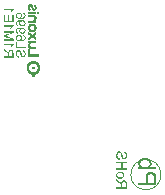
<source format=gbo>
G04*
G04 #@! TF.GenerationSoftware,Altium Limited,Altium Designer,23.4.1 (23)*
G04*
G04 Layer_Color=32896*
%FSLAX44Y44*%
%MOMM*%
G71*
G04*
G04 #@! TF.SameCoordinates,119376F5-832C-499C-A5AA-40DF592A9E39*
G04*
G04*
G04 #@! TF.FilePolarity,Positive*
G04*
G01*
G75*
%ADD35C,0.1080*%
G36*
X119018Y163555D02*
X119104Y163545D01*
X119130Y163539D01*
X119168Y163533D01*
X119194Y163526D01*
X119226Y163520D01*
X119251Y163514D01*
X119283Y163507D01*
X119351Y163498D01*
X119402Y163485D01*
X119443Y163469D01*
X119482Y163449D01*
X119523Y163440D01*
X119549Y163433D01*
X119594Y163414D01*
X119607Y163408D01*
X119616Y163398D01*
X119677Y163376D01*
X119709Y163363D01*
X119722Y163357D01*
X119734Y163344D01*
X119779Y163318D01*
X119824Y163299D01*
X119843Y163280D01*
X119901Y163248D01*
X119926Y163222D01*
X119971Y163190D01*
X119984Y163184D01*
X120022Y163146D01*
X120035Y163139D01*
X120048Y163126D01*
X120061Y163120D01*
X120112Y163069D01*
X120125Y163062D01*
X120147Y163040D01*
X120154Y163027D01*
X120195Y162986D01*
X120224Y162950D01*
X120230Y162938D01*
X120250Y162918D01*
X120294Y162861D01*
X120301Y162848D01*
X120333Y162816D01*
X120358Y162771D01*
X120384Y162746D01*
X120422Y162675D01*
X120435Y162663D01*
X120467Y162618D01*
X120473Y162592D01*
X120521Y162525D01*
X120538Y162483D01*
X120550Y162451D01*
X120563Y162439D01*
X120595Y162381D01*
X120602Y162355D01*
X120617Y162320D01*
X120649Y162269D01*
X120659Y162227D01*
X120672Y162195D01*
X120697Y162157D01*
X120713Y162115D01*
X120720Y162083D01*
X120729Y162048D01*
X120758Y162000D01*
X120771Y161968D01*
X120781Y161927D01*
X120793Y161882D01*
X120832Y161799D01*
X120838Y161760D01*
X120845Y161735D01*
X120857Y161690D01*
X120873Y161655D01*
X120893Y161604D01*
X120902Y161549D01*
X120915Y161498D01*
X120925Y161469D01*
X120950Y161405D01*
X120957Y161380D01*
X120966Y161325D01*
X120979Y161274D01*
X120995Y161232D01*
X121008Y161200D01*
X121017Y161165D01*
X121024Y161140D01*
X121030Y161095D01*
X121043Y161044D01*
X121056Y161012D01*
X121072Y160976D01*
X121088Y160903D01*
X121094Y160858D01*
X121110Y160816D01*
X121123Y160784D01*
X121139Y160743D01*
X121145Y160717D01*
X121158Y160641D01*
X121193Y160567D01*
X121209Y160500D01*
X121216Y160474D01*
X121251Y160394D01*
X121264Y160362D01*
X121273Y160327D01*
X121299Y160269D01*
X121321Y160234D01*
X121331Y160199D01*
X121350Y160154D01*
X121369Y160135D01*
X121408Y160065D01*
X121453Y160007D01*
X121459Y159994D01*
X121558Y159895D01*
X121603Y159869D01*
X121641Y159844D01*
X121676Y159822D01*
X121702Y159815D01*
X121795Y159805D01*
X121814Y159799D01*
X121894Y159802D01*
X121987Y159812D01*
X122038Y159825D01*
X122076Y159850D01*
X122147Y159889D01*
X122160Y159895D01*
X122185Y159927D01*
X122198Y159934D01*
X122240Y159975D01*
X122246Y159988D01*
X122275Y160036D01*
X122307Y160074D01*
X122316Y160109D01*
X122329Y160141D01*
X122352Y160183D01*
X122364Y160215D01*
X122390Y160369D01*
X122400Y160423D01*
X122406Y160442D01*
X122412Y160564D01*
X122419Y160583D01*
X122416Y160701D01*
X122409Y160759D01*
X122403Y160791D01*
X122396Y160829D01*
X122390Y160861D01*
X122383Y160900D01*
X122367Y161005D01*
X122342Y161063D01*
X122319Y161111D01*
X122310Y161152D01*
X122297Y161184D01*
X122284Y161197D01*
X122240Y161280D01*
X122227Y161293D01*
X122182Y161351D01*
X122176Y161364D01*
X122118Y161421D01*
X122112Y161434D01*
X122102Y161444D01*
X122089Y161450D01*
X122070Y161469D01*
X122057Y161476D01*
X122041Y161492D01*
X122006Y161520D01*
X121961Y161546D01*
X121936Y161572D01*
X121904Y161591D01*
X121846Y161616D01*
X121801Y161648D01*
X121763Y161655D01*
X121718Y161674D01*
X121705Y161706D01*
X121708Y161747D01*
X121721Y161779D01*
X121753Y161837D01*
X121772Y161914D01*
X121801Y161968D01*
X121814Y162000D01*
X121830Y162067D01*
X121846Y162103D01*
X121872Y162141D01*
X121881Y162176D01*
X121894Y162227D01*
X121913Y162272D01*
X121923Y162282D01*
X121936Y162314D01*
X121945Y162349D01*
X121958Y162400D01*
X121987Y162448D01*
X122000Y162480D01*
X122006Y162506D01*
X122016Y162547D01*
X122057Y162627D01*
X122073Y162694D01*
X122092Y162739D01*
X122099Y162752D01*
X122108Y162762D01*
X122121Y162794D01*
X122128Y162819D01*
X122137Y162861D01*
X122153Y162902D01*
X122179Y162941D01*
X122188Y162976D01*
X122201Y163027D01*
X122220Y163072D01*
X122230Y163082D01*
X122243Y163114D01*
X122259Y163181D01*
X122300Y163261D01*
X122310Y163296D01*
X122323Y163328D01*
X122329Y163341D01*
X122358Y163357D01*
X122377Y163350D01*
X122419Y163328D01*
X122486Y163312D01*
X122543Y163286D01*
X122566Y163270D01*
X122607Y163254D01*
X122652Y163242D01*
X122671Y163222D01*
X122684Y163216D01*
X122694Y163206D01*
X122755Y163184D01*
X122767Y163171D01*
X122780Y163165D01*
X122799Y163146D01*
X122812Y163139D01*
X122844Y163126D01*
X122876Y163094D01*
X122921Y163069D01*
X122934Y163056D01*
X122947Y163050D01*
X122966Y163030D01*
X123011Y162998D01*
X123023Y162992D01*
X123033Y162982D01*
X123039Y162970D01*
X123049Y162960D01*
X123062Y162954D01*
X123075Y162941D01*
X123087Y162934D01*
X123097Y162925D01*
X123103Y162912D01*
X123116Y162899D01*
X123154Y162867D01*
X123161Y162854D01*
X123202Y162813D01*
X123231Y162778D01*
X123238Y162765D01*
X123276Y162726D01*
X123308Y162669D01*
X123340Y162637D01*
X123366Y162592D01*
X123391Y162567D01*
X123436Y162483D01*
X123455Y162464D01*
X123481Y162419D01*
X123494Y162387D01*
X123500Y162375D01*
X123513Y162362D01*
X123538Y162317D01*
X123545Y162291D01*
X123558Y162259D01*
X123567Y162250D01*
X123593Y162211D01*
X123602Y162176D01*
X123609Y162151D01*
X123628Y162106D01*
X123644Y162090D01*
X123657Y162058D01*
X123666Y162016D01*
X123679Y161965D01*
X123714Y161898D01*
X123721Y161872D01*
X123730Y161812D01*
X123743Y161767D01*
X123759Y161725D01*
X123772Y161693D01*
X123778Y161667D01*
X123794Y161549D01*
X123807Y161498D01*
X123820Y161453D01*
X123830Y161418D01*
X123842Y161341D01*
X123849Y161271D01*
X123858Y161152D01*
X123865Y161108D01*
X123878Y160967D01*
X123884Y160948D01*
X123890Y160692D01*
X123897Y160672D01*
X123894Y160605D01*
X123884Y160378D01*
X123868Y160234D01*
X123862Y160183D01*
X123852Y160033D01*
X123846Y159988D01*
X123836Y159902D01*
X123830Y159869D01*
X123804Y159767D01*
X123794Y159726D01*
X123788Y159681D01*
X123775Y159604D01*
X123759Y159550D01*
X123740Y159498D01*
X123724Y159425D01*
X123718Y159399D01*
X123689Y159332D01*
X123676Y159300D01*
X123660Y159226D01*
X123641Y159182D01*
X123634Y159169D01*
X123625Y159159D01*
X123602Y159098D01*
X123596Y159073D01*
X123583Y159041D01*
X123561Y159018D01*
X123542Y158967D01*
X123532Y158932D01*
X123513Y158913D01*
X123481Y158855D01*
X123468Y158823D01*
X123462Y158811D01*
X123442Y158791D01*
X123423Y158759D01*
X123411Y158727D01*
X123378Y158695D01*
X123347Y158638D01*
X123315Y158606D01*
X123289Y158561D01*
X123260Y158532D01*
X123231Y158497D01*
X123225Y158484D01*
X123215Y158475D01*
X123202Y158468D01*
X123187Y158452D01*
X123180Y158439D01*
X123081Y158340D01*
X123068Y158334D01*
X123046Y158311D01*
X123039Y158299D01*
X122998Y158270D01*
X122985Y158263D01*
X122966Y158244D01*
X122921Y158212D01*
X122908Y158206D01*
X122883Y158180D01*
X122812Y158142D01*
X122793Y158123D01*
X122735Y158091D01*
X122703Y158078D01*
X122691Y158065D01*
X122678Y158059D01*
X122668Y158049D01*
X122607Y158027D01*
X122563Y158007D01*
X122547Y157992D01*
X122515Y157979D01*
X122479Y157969D01*
X122454Y157963D01*
X122387Y157934D01*
X122355Y157921D01*
X122300Y157912D01*
X122275Y157905D01*
X122230Y157899D01*
X122185Y157886D01*
X122160Y157879D01*
X122128Y157867D01*
X122076Y157860D01*
X122057Y157854D01*
X121859Y157847D01*
X121840Y157841D01*
X121590Y157847D01*
X121449Y157854D01*
X121424Y157860D01*
X121379Y157867D01*
X121353Y157873D01*
X121318Y157883D01*
X121292Y157889D01*
X121225Y157905D01*
X121200Y157912D01*
X121155Y157918D01*
X121059Y157963D01*
X121033Y157969D01*
X120969Y157988D01*
X120957Y158001D01*
X120944Y158007D01*
X120934Y158017D01*
X120854Y158046D01*
X120835Y158065D01*
X120752Y158110D01*
X120726Y158135D01*
X120681Y158161D01*
X120643Y158199D01*
X120611Y158219D01*
X120589Y158241D01*
X120582Y158254D01*
X120538Y158286D01*
X120531Y158299D01*
X120496Y158334D01*
X120483Y158340D01*
X120480Y158350D01*
X120416Y158414D01*
X120409Y158427D01*
X120397Y158439D01*
X120390Y158452D01*
X120381Y158455D01*
X120352Y158491D01*
X120345Y158503D01*
X120314Y158535D01*
X120281Y158593D01*
X120269Y158606D01*
X120262Y158618D01*
X120250Y158631D01*
X120218Y158689D01*
X120192Y158715D01*
X120166Y158759D01*
X120147Y158804D01*
X120128Y158823D01*
X120109Y158855D01*
X120080Y158923D01*
X120051Y158958D01*
X120045Y158983D01*
X120013Y159054D01*
X119990Y159089D01*
X119981Y159124D01*
X119955Y159182D01*
X119949Y159194D01*
X119939Y159204D01*
X119923Y159246D01*
X119917Y159271D01*
X119904Y159316D01*
X119866Y159380D01*
X119859Y159418D01*
X119846Y159470D01*
X119802Y159565D01*
X119795Y159604D01*
X119789Y159629D01*
X119757Y159700D01*
X119747Y159722D01*
X119741Y159748D01*
X119731Y159796D01*
X119718Y159841D01*
X119702Y159876D01*
X119683Y159927D01*
X119674Y159975D01*
X119661Y160026D01*
X119626Y160106D01*
X119619Y160132D01*
X119613Y160164D01*
X119603Y160218D01*
X119574Y160285D01*
X119562Y160317D01*
X119555Y160349D01*
X119546Y160404D01*
X119517Y160471D01*
X119504Y160503D01*
X119482Y160602D01*
X119440Y160695D01*
X119434Y160721D01*
X119424Y160762D01*
X119418Y160788D01*
X119376Y160868D01*
X119370Y160893D01*
X119360Y160935D01*
X119341Y160980D01*
X119325Y160996D01*
X119312Y161028D01*
X119303Y161063D01*
X119283Y161108D01*
X119270Y161120D01*
X119245Y161165D01*
X119239Y161191D01*
X119206Y161236D01*
X119174Y161293D01*
X119162Y161306D01*
X119117Y161364D01*
X119111Y161376D01*
X119082Y161405D01*
X119069Y161412D01*
X119066Y161421D01*
X119037Y161450D01*
X118992Y161482D01*
X118979Y161488D01*
X118960Y161507D01*
X118915Y161533D01*
X118807Y161584D01*
X118589Y161591D01*
X118544Y161584D01*
X118499Y161572D01*
X118471Y161556D01*
X118429Y161539D01*
X118371Y161514D01*
X118314Y161469D01*
X118301Y161463D01*
X118272Y161434D01*
X118266Y161421D01*
X118237Y161392D01*
X118208Y161357D01*
X118180Y161303D01*
X118151Y161268D01*
X118141Y161245D01*
X118132Y161210D01*
X118119Y161178D01*
X118087Y161120D01*
X118077Y161060D01*
X118064Y160983D01*
X118058Y160951D01*
X118052Y160925D01*
X118039Y160861D01*
X118032Y160804D01*
X118026Y160701D01*
X118029Y160513D01*
X118036Y160487D01*
X118045Y160401D01*
X118058Y160337D01*
X118071Y160260D01*
X118077Y160202D01*
X118087Y160141D01*
X118116Y160074D01*
X118128Y160042D01*
X118135Y160010D01*
X118144Y159969D01*
X118160Y159927D01*
X118192Y159876D01*
X118202Y159841D01*
X118218Y159805D01*
X118247Y159770D01*
X118253Y159757D01*
X118272Y159713D01*
X118292Y159693D01*
X118323Y159649D01*
X118330Y159636D01*
X118362Y159604D01*
X118368Y159591D01*
X118381Y159578D01*
X118387Y159565D01*
X118487Y159466D01*
X118499Y159460D01*
X118512Y159447D01*
X118525Y159441D01*
X118563Y159402D01*
X118608Y159377D01*
X118634Y159351D01*
X118691Y159319D01*
X118727Y159303D01*
X118762Y159274D01*
X118794Y159262D01*
X118819Y159255D01*
X118855Y159239D01*
X118893Y159214D01*
X118919Y159207D01*
X118973Y159198D01*
X118989Y159182D01*
X118995Y159137D01*
X118947Y159031D01*
X118938Y158996D01*
X118925Y158945D01*
X118896Y158897D01*
X118883Y158865D01*
X118877Y158839D01*
X118867Y158798D01*
X118826Y158718D01*
X118810Y158651D01*
X118791Y158606D01*
X118762Y158551D01*
X118755Y158526D01*
X118746Y158484D01*
X118730Y158443D01*
X118704Y158404D01*
X118695Y158369D01*
X118682Y158318D01*
X118663Y158273D01*
X118653Y158263D01*
X118640Y158231D01*
X118631Y158196D01*
X118618Y158145D01*
X118589Y158097D01*
X118576Y158065D01*
X118570Y158040D01*
X118560Y157998D01*
X118519Y157918D01*
X118503Y157851D01*
X118483Y157806D01*
X118477Y157793D01*
X118468Y157783D01*
X118451Y157742D01*
X118432Y157665D01*
X118397Y157604D01*
X118387Y157569D01*
X118375Y157537D01*
X118365Y157528D01*
X118333Y157521D01*
X118304Y157531D01*
X118237Y157547D01*
X118128Y157598D01*
X118064Y157617D01*
X118052Y157630D01*
X117994Y157662D01*
X117975Y157668D01*
X117968D01*
X117936Y157681D01*
X117924Y157694D01*
X117866Y157726D01*
X117834Y157739D01*
X117815Y157758D01*
X117744Y157796D01*
X117732Y157803D01*
X117706Y157828D01*
X117661Y157854D01*
X117629Y157886D01*
X117584Y157912D01*
X117565Y157931D01*
X117552Y157937D01*
X117549Y157947D01*
X117508Y157976D01*
X117495Y157982D01*
X117444Y158033D01*
X117431Y158040D01*
X117409Y158062D01*
X117402Y158075D01*
X117393Y158084D01*
X117380Y158091D01*
X117345Y158126D01*
X117338Y158139D01*
X117322Y158155D01*
X117309Y158161D01*
X117293Y158177D01*
X117287Y158190D01*
X117264Y158219D01*
X117252Y158225D01*
X117210Y158279D01*
X117204Y158292D01*
X117172Y158324D01*
X117146Y158369D01*
X117121Y158395D01*
X117089Y158439D01*
X117082Y158452D01*
X117057Y158478D01*
X117018Y158548D01*
X117012Y158561D01*
X116993Y158580D01*
X116973Y158612D01*
X116954Y158657D01*
X116948Y158670D01*
X116925Y158692D01*
X116909Y158734D01*
X116897Y158766D01*
X116890Y158778D01*
X116877Y158791D01*
X116852Y158836D01*
X116839Y158887D01*
X116820Y158919D01*
X116813Y158932D01*
X116804Y158942D01*
X116791Y158974D01*
X116781Y159015D01*
X116746Y159089D01*
X116733Y159121D01*
X116724Y159162D01*
X116717Y159188D01*
X116689Y159255D01*
X116676Y159287D01*
X116666Y159329D01*
X116660Y159374D01*
X116647Y159425D01*
X116625Y159479D01*
X116615Y159514D01*
X116609Y159534D01*
X116602Y159610D01*
X116596Y159636D01*
X116589Y159681D01*
X116583Y159706D01*
X116567Y159761D01*
X116554Y159825D01*
X116548Y159876D01*
X116535Y160029D01*
X116529Y160119D01*
X116519Y160231D01*
X116513Y160250D01*
X116506Y160417D01*
X116500Y160436D01*
X116503Y160740D01*
X116510Y160874D01*
X116516Y160957D01*
X116522Y160996D01*
X116529Y161060D01*
X116538Y161197D01*
X116545Y161261D01*
X116554Y161348D01*
X116561Y161380D01*
X116580Y161456D01*
X116586Y161488D01*
X116599Y161565D01*
X116609Y161639D01*
X116615Y161664D01*
X116631Y161719D01*
X116657Y161789D01*
X116666Y161850D01*
X116679Y161901D01*
X116714Y161975D01*
X116721Y162000D01*
X116727Y162032D01*
X116737Y162074D01*
X116765Y162122D01*
X116778Y162154D01*
X116788Y162189D01*
X116794Y162215D01*
X116813Y162247D01*
X116820Y162259D01*
X116829Y162269D01*
X116852Y162330D01*
X116865Y162362D01*
X116871Y162375D01*
X116893Y162397D01*
X116909Y162439D01*
X116922Y162470D01*
X116929Y162483D01*
X116941Y162496D01*
X116986Y162579D01*
X117005Y162598D01*
X117044Y162669D01*
X117076Y162701D01*
X117101Y162746D01*
X117140Y162784D01*
X117159Y162816D01*
X117204Y162861D01*
X117210Y162874D01*
X117261Y162925D01*
X117268Y162938D01*
X117335Y163005D01*
X117348Y163011D01*
X117399Y163062D01*
X117412Y163069D01*
X117424Y163082D01*
X117437Y163088D01*
X117447Y163098D01*
X117453Y163110D01*
X117501Y163139D01*
X117533Y163171D01*
X117565Y163190D01*
X117655Y163254D01*
X117681Y163261D01*
X117693Y163274D01*
X117706Y163280D01*
X117709Y163290D01*
X117751Y163312D01*
X117808Y163338D01*
X117821Y163344D01*
X117837Y163360D01*
X117879Y163376D01*
X117924Y163389D01*
X117965Y163411D01*
X118004Y163430D01*
X118052Y163440D01*
X118096Y163453D01*
X118167Y163485D01*
X118186Y163491D01*
X118244Y163498D01*
X118269Y163504D01*
X118314Y163510D01*
X118365Y163523D01*
X118400Y163533D01*
X118464Y163545D01*
X118516Y163552D01*
X118704Y163561D01*
X119018Y163555D01*
D02*
G37*
G36*
X125068Y157185D02*
X125145Y157179D01*
X125244Y157169D01*
X125295Y157156D01*
X125368Y157121D01*
X125436Y157105D01*
X125474Y157080D01*
X125560Y157032D01*
X125567Y157019D01*
X125589Y157003D01*
X125621Y156984D01*
X125730Y156875D01*
X125759Y156840D01*
X125765Y156827D01*
X125797Y156795D01*
X125829Y156737D01*
X125836Y156725D01*
X125848Y156712D01*
X125874Y156667D01*
X125887Y156622D01*
X125915Y156574D01*
X125928Y156542D01*
X125935Y156510D01*
X125948Y156433D01*
X125954Y156408D01*
X125964Y156366D01*
X125970Y156347D01*
X125976Y156251D01*
X125983Y156232D01*
X125979Y156158D01*
X125973Y156101D01*
X125967Y156062D01*
X125960Y156030D01*
X125948Y155979D01*
X125938Y155912D01*
X125925Y155861D01*
X125896Y155806D01*
X125868Y155726D01*
X125842Y155688D01*
X125804Y155618D01*
X125791Y155605D01*
X125746Y155547D01*
X125740Y155534D01*
X125730Y155525D01*
X125717Y155518D01*
X125701Y155502D01*
X125695Y155490D01*
X125666Y155461D01*
X125653Y155454D01*
X125615Y155416D01*
X125557Y155384D01*
X125535Y155362D01*
X125496Y155336D01*
X125436Y155314D01*
X125426Y155304D01*
X125388Y155278D01*
X125346Y155269D01*
X125321Y155262D01*
X125257Y155243D01*
X125225Y155230D01*
X125199Y155224D01*
X125180Y155218D01*
X124911Y155211D01*
X124821Y155224D01*
X124767Y155240D01*
X124716Y155259D01*
X124661Y155269D01*
X124604Y155294D01*
X124569Y155317D01*
X124508Y155339D01*
X124482Y155365D01*
X124425Y155397D01*
X124374Y155448D01*
X124361Y155454D01*
X124338Y155477D01*
X124332Y155490D01*
X124316Y155506D01*
X124303Y155512D01*
X124281Y155541D01*
X124274Y155554D01*
X124236Y155592D01*
X124204Y155649D01*
X124198Y155662D01*
X124185Y155675D01*
X124169Y155697D01*
X124146Y155758D01*
X124108Y155822D01*
X124089Y155912D01*
X124082Y155938D01*
X124066Y155992D01*
X124057Y156027D01*
X124050Y156046D01*
X124044Y156168D01*
X124038Y156187D01*
X124044Y156277D01*
X124050Y156360D01*
X124057Y156385D01*
X124079Y156459D01*
X124086Y156485D01*
X124095Y156539D01*
X124101Y156565D01*
X124114Y156596D01*
Y156603D01*
X124121Y156609D01*
X124127Y156622D01*
X124137Y156632D01*
X124159Y156692D01*
X124172Y156725D01*
X124191Y156744D01*
X124223Y156801D01*
X124246Y156824D01*
X124274Y156859D01*
X124281Y156872D01*
X124380Y156971D01*
X124425Y156996D01*
X124441Y157013D01*
X124476Y157041D01*
X124489Y157048D01*
X124521Y157060D01*
X124569Y157096D01*
X124610Y157112D01*
X124636Y157118D01*
X124703Y157147D01*
X124735Y157160D01*
X124761Y157166D01*
X124812Y157172D01*
X124937Y157182D01*
X124956Y157188D01*
X125068Y157185D01*
D02*
G37*
G36*
X123708Y157182D02*
X123724Y157160D01*
X123730Y155253D01*
X123724Y155227D01*
X123708Y155211D01*
X123650Y155205D01*
X123631Y155211D01*
X116743Y155208D01*
X116714Y155211D01*
X116689Y155218D01*
X116676Y155230D01*
X116669Y155256D01*
X116673Y157089D01*
X116666Y157108D01*
X116673Y157140D01*
X116679Y157166D01*
X116701Y157182D01*
X120707Y157188D01*
X123682D01*
X123708Y157182D01*
D02*
G37*
G36*
X121398Y154527D02*
X121462Y154520D01*
X121548Y154511D01*
X121587Y154504D01*
X121612Y154498D01*
X121676Y154485D01*
X121782Y154469D01*
X121846Y154463D01*
X121987Y154418D01*
X122012Y154411D01*
X122089Y154399D01*
X122156Y154370D01*
X122188Y154357D01*
X122255Y154341D01*
X122300Y154322D01*
X122313Y154315D01*
X122323Y154306D01*
X122364Y154290D01*
X122390Y154283D01*
X122448Y154258D01*
X122483Y154235D01*
X122543Y154213D01*
X122582Y154187D01*
X122614Y154168D01*
X122659Y154149D01*
X122671Y154143D01*
X122691Y154123D01*
X122723Y154104D01*
X122755Y154092D01*
X122767Y154079D01*
X122780Y154072D01*
X122793Y154059D01*
X122851Y154028D01*
X122883Y153996D01*
X122915Y153976D01*
X122934Y153957D01*
X122991Y153912D01*
X123004Y153906D01*
X123049Y153861D01*
X123062Y153855D01*
X123110Y153807D01*
X123148Y153775D01*
X123154Y153762D01*
X123225Y153692D01*
X123231Y153679D01*
X123263Y153647D01*
X123308Y153589D01*
X123315Y153576D01*
X123330Y153560D01*
X123359Y153525D01*
X123366Y153512D01*
X123398Y153480D01*
X123430Y153423D01*
X123455Y153397D01*
X123481Y153352D01*
X123494Y153320D01*
X123529Y153285D01*
X123545Y153244D01*
X123561Y153208D01*
X123590Y153173D01*
X123615Y153103D01*
X123634Y153071D01*
X123660Y153026D01*
X123673Y152975D01*
X123714Y152895D01*
X123724Y152860D01*
X123737Y152809D01*
X123772Y152729D01*
X123778Y152703D01*
X123788Y152661D01*
X123794Y152617D01*
X123830Y152505D01*
X123836Y152479D01*
X123842Y152447D01*
X123849Y152396D01*
X123855Y152338D01*
X123862Y152287D01*
X123868Y152255D01*
X123874Y152217D01*
X123881Y152185D01*
X123890Y152118D01*
X123897Y152098D01*
X123903Y151868D01*
X123910Y151849D01*
X123906Y151807D01*
X123900Y151538D01*
X123894Y151462D01*
X123887Y151410D01*
X123881Y151372D01*
X123874Y151340D01*
X123868Y151302D01*
X123852Y151196D01*
X123846Y151132D01*
X123839Y151087D01*
X123833Y151062D01*
X123804Y150969D01*
X123794Y150927D01*
X123788Y150902D01*
X123782Y150857D01*
X123775Y150831D01*
X123753Y150777D01*
X123740Y150745D01*
X123730Y150710D01*
X123718Y150659D01*
X123673Y150563D01*
X123660Y150518D01*
X123654Y150492D01*
X123634Y150460D01*
X123628Y150447D01*
X123618Y150438D01*
X123602Y150396D01*
X123596Y150371D01*
X123577Y150339D01*
X123554Y150303D01*
X123532Y150243D01*
X123513Y150224D01*
X123481Y150166D01*
X123468Y150134D01*
X123436Y150102D01*
X123404Y150044D01*
X123398Y150031D01*
X123388Y150028D01*
X123378Y150012D01*
X123347Y149955D01*
X123324Y149932D01*
X123295Y149897D01*
X123289Y149884D01*
X123260Y149856D01*
X123231Y149820D01*
X123225Y149808D01*
X123215Y149798D01*
X123202Y149791D01*
X123187Y149776D01*
X123180Y149763D01*
X123164Y149747D01*
X123151Y149740D01*
X123129Y149718D01*
X123123Y149680D01*
X123139Y149664D01*
X123574Y149657D01*
X123676Y149664D01*
X123702Y149657D01*
X123724Y149628D01*
X123730Y147843D01*
X123724Y147798D01*
X123708Y147782D01*
X120534Y147776D01*
X116759D01*
X116695Y147782D01*
X116679Y147798D01*
X116673Y149712D01*
X116679Y149737D01*
X116701Y149753D01*
X120816Y149760D01*
X120937Y149766D01*
X120963Y149772D01*
X121008Y149779D01*
X121033Y149785D01*
X121053Y149791D01*
X121117Y149798D01*
X121142Y149804D01*
X121187Y149811D01*
X121283Y149856D01*
X121334Y149868D01*
X121366Y149881D01*
X121379Y149888D01*
X121398Y149907D01*
X121411Y149913D01*
X121443Y149926D01*
X121478Y149942D01*
X121513Y149971D01*
X121558Y149996D01*
X121571Y150003D01*
X121574Y150012D01*
X121609Y150041D01*
X121622Y150048D01*
X121667Y150092D01*
X121680Y150099D01*
X121760Y150179D01*
X121766Y150191D01*
X121795Y150220D01*
X121824Y150255D01*
X121830Y150268D01*
X121862Y150300D01*
X121894Y150358D01*
X121900Y150371D01*
X121929Y150399D01*
X121945Y150441D01*
X121964Y150486D01*
X121977Y150499D01*
X122000Y150534D01*
X122006Y150559D01*
X122016Y150601D01*
X122044Y150649D01*
X122057Y150681D01*
X122064Y150707D01*
X122073Y150761D01*
X122079Y150787D01*
X122108Y150879D01*
X122118Y150940D01*
X122124Y150959D01*
X122131Y151286D01*
X122124Y151369D01*
X122115Y151455D01*
X122108Y151487D01*
X122102Y151513D01*
X122089Y151545D01*
X122076Y151596D01*
X122070Y151634D01*
X122064Y151666D01*
X122054Y151708D01*
X122025Y151756D01*
X122009Y151798D01*
X122003Y151823D01*
X121990Y151855D01*
X121984Y151868D01*
X121961Y151890D01*
X121945Y151932D01*
X121932Y151964D01*
X121907Y151989D01*
X121875Y152047D01*
X121852Y152070D01*
X121824Y152105D01*
X121817Y152118D01*
X121801Y152134D01*
X121779Y152149D01*
X121772Y152162D01*
X121737Y152198D01*
X121724Y152204D01*
X121708Y152220D01*
X121702Y152233D01*
X121692Y152242D01*
X121660Y152261D01*
X121622Y152300D01*
X121577Y152325D01*
X121565Y152332D01*
X121552Y152345D01*
X121539Y152351D01*
X121523Y152367D01*
X121491Y152380D01*
X121449Y152396D01*
X121437Y152409D01*
X121414Y152425D01*
X121372Y152441D01*
X121347Y152447D01*
X121277Y152479D01*
X121235Y152495D01*
X121203Y152501D01*
X121142Y152511D01*
X121117Y152517D01*
X121053Y152537D01*
X121033Y152543D01*
X120982Y152549D01*
X120963Y152556D01*
X116778Y152562D01*
X116695Y152569D01*
X116685Y152578D01*
X116669Y152601D01*
X116673Y154402D01*
X116666Y154485D01*
X116679Y154517D01*
X116689Y154527D01*
X121084Y154533D01*
X121398Y154527D01*
D02*
G37*
G36*
X120381Y147226D02*
X120579Y147219D01*
X120662Y147213D01*
X120749Y147203D01*
X120781Y147197D01*
X120857Y147178D01*
X120889Y147171D01*
X120982Y147162D01*
X121008Y147155D01*
X121053Y147149D01*
X121165Y147114D01*
X121190Y147107D01*
X121251Y147098D01*
X121277Y147091D01*
X121321Y147079D01*
X121392Y147046D01*
X121430Y147040D01*
X121456Y147034D01*
X121501Y147021D01*
X121568Y146986D01*
X121593Y146979D01*
X121625Y146973D01*
X121660Y146963D01*
X121705Y146931D01*
X121737Y146919D01*
X121763Y146912D01*
X121820Y146887D01*
X121865Y146861D01*
X121897Y146848D01*
X121923Y146842D01*
X121936Y146829D01*
X121948Y146823D01*
X121961Y146810D01*
X121974Y146803D01*
X122038Y146778D01*
X122051Y146771D01*
X122064Y146759D01*
X122147Y146714D01*
X122160Y146707D01*
X122172Y146695D01*
X122243Y146656D01*
X122275Y146624D01*
X122332Y146592D01*
X122345Y146586D01*
X122364Y146567D01*
X122409Y146541D01*
X122441Y146509D01*
X122464Y146493D01*
X122502Y146467D01*
X122508Y146455D01*
X122556Y146419D01*
X122569Y146413D01*
X122607Y146375D01*
X122620Y146368D01*
X122633Y146355D01*
X122646Y146349D01*
X122691Y146304D01*
X122703Y146298D01*
X122860Y146141D01*
X122876Y146119D01*
X122889Y146112D01*
X122911Y146090D01*
X122918Y146077D01*
X122953Y146042D01*
X122982Y146007D01*
X122988Y145994D01*
X123007Y145975D01*
X123014Y145962D01*
X123039Y145936D01*
X123059Y145904D01*
X123078Y145885D01*
X123123Y145828D01*
X123129Y145815D01*
X123139Y145812D01*
X123154Y145796D01*
X123180Y145751D01*
X123187Y145738D01*
X123196Y145728D01*
X123225Y145693D01*
X123231Y145680D01*
X123244Y145648D01*
X123276Y145616D01*
X123315Y145546D01*
X123321Y145533D01*
X123334Y145520D01*
X123359Y145476D01*
X123375Y145441D01*
X123404Y145405D01*
X123430Y145335D01*
X123449Y145316D01*
X123481Y145258D01*
X123487Y145220D01*
X123513Y145181D01*
X123538Y145136D01*
X123558Y145066D01*
X123567Y145056D01*
X123593Y145018D01*
X123606Y144967D01*
X123615Y144925D01*
X123644Y144877D01*
X123657Y144845D01*
X123673Y144772D01*
X123702Y144705D01*
X123714Y144673D01*
X123721Y144647D01*
X123730Y144593D01*
X123737Y144567D01*
X123753Y144513D01*
X123772Y144461D01*
X123778Y144436D01*
X123785Y144397D01*
X123794Y144318D01*
X123801Y144292D01*
X123814Y144247D01*
X123823Y144212D01*
X123830Y144186D01*
X123842Y144103D01*
X123849Y144039D01*
X123855Y143949D01*
X123868Y143834D01*
X123878Y143729D01*
X123884Y143710D01*
X123890Y143492D01*
X123897Y143473D01*
X123894Y143393D01*
X123887Y143201D01*
X123881Y143137D01*
X123862Y142964D01*
X123852Y142852D01*
X123846Y142788D01*
X123833Y142679D01*
X123826Y142654D01*
X123814Y142609D01*
X123804Y142574D01*
X123798Y142542D01*
X123791Y142503D01*
X123785Y142446D01*
X123772Y142382D01*
X123759Y142350D01*
X123740Y142299D01*
X123734Y142273D01*
X123724Y142212D01*
X123711Y142168D01*
X123695Y142132D01*
X123666Y142052D01*
X123660Y142008D01*
X123647Y141976D01*
X123625Y141934D01*
X123612Y141902D01*
X123602Y141860D01*
X123577Y141803D01*
X123570Y141790D01*
X123561Y141780D01*
X123548Y141748D01*
X123538Y141707D01*
X123526Y141675D01*
X123513Y141662D01*
X123490Y141627D01*
X123481Y141592D01*
X123468Y141560D01*
X123462Y141547D01*
X123449Y141534D01*
X123433Y141512D01*
X123417Y141470D01*
X123401Y141435D01*
X123372Y141400D01*
X123366Y141387D01*
X123347Y141342D01*
X123340Y141329D01*
X123321Y141310D01*
X123295Y141265D01*
X123282Y141233D01*
X123257Y141208D01*
X123225Y141150D01*
X123193Y141118D01*
X123167Y141073D01*
X123161Y141061D01*
X123142Y141041D01*
X123110Y140997D01*
X123103Y140984D01*
X123081Y140961D01*
X123052Y140926D01*
X123046Y140913D01*
X123001Y140869D01*
X122994Y140856D01*
X122950Y140811D01*
X122943Y140798D01*
X122879Y140734D01*
X122873Y140721D01*
X122735Y140584D01*
X122723Y140577D01*
X122671Y140526D01*
X122659Y140520D01*
X122607Y140469D01*
X122595Y140462D01*
X122556Y140424D01*
X122524Y140405D01*
X122479Y140360D01*
X122435Y140334D01*
X122422Y140328D01*
X122396Y140302D01*
X122339Y140270D01*
X122307Y140238D01*
X122249Y140206D01*
X122236Y140200D01*
X122217Y140181D01*
X122147Y140142D01*
X122134Y140136D01*
X122118Y140120D01*
X122028Y140075D01*
X121993Y140046D01*
X121971Y140037D01*
X121936Y140027D01*
X121897Y140002D01*
X121852Y139976D01*
X121827Y139970D01*
X121785Y139954D01*
X121747Y139928D01*
X121705Y139912D01*
X121641Y139893D01*
X121590Y139861D01*
X121513Y139842D01*
X121446Y139813D01*
X121414Y139800D01*
X121341Y139784D01*
X121267Y139762D01*
X121196Y139736D01*
X121091Y139720D01*
X121065Y139714D01*
X120992Y139691D01*
X120966Y139685D01*
X120896Y139672D01*
X120797Y139662D01*
X120752Y139656D01*
X120665Y139646D01*
X120589Y139634D01*
X120538Y139627D01*
X120400Y139618D01*
X120381Y139611D01*
X120358Y139614D01*
X120086Y139611D01*
X120061Y139618D01*
X120042Y139611D01*
X120013Y139614D01*
X119923Y139621D01*
X119853Y139627D01*
X119802Y139634D01*
X119747Y139643D01*
X119722Y139650D01*
X119658Y139656D01*
X119613Y139662D01*
X119472Y139675D01*
X119421Y139688D01*
X119347Y139710D01*
X119322Y139717D01*
X119255Y139726D01*
X119229Y139733D01*
X119184Y139739D01*
X119152Y139752D01*
X119098Y139774D01*
X118992Y139797D01*
X118925Y139826D01*
X118874Y139845D01*
X118848Y139851D01*
X118807Y139861D01*
X118759Y139890D01*
X118727Y139902D01*
X118691Y139912D01*
X118634Y139938D01*
X118621Y139944D01*
X118611Y139954D01*
X118532Y139982D01*
X118499Y140002D01*
X118477Y140018D01*
X118435Y140034D01*
X118391Y140053D01*
X118378Y140066D01*
X118320Y140098D01*
X118288Y140110D01*
X118269Y140129D01*
X118224Y140155D01*
X118192Y140168D01*
X118167Y140194D01*
X118154Y140200D01*
X118144Y140210D01*
X118103Y140225D01*
X118064Y140264D01*
X118020Y140289D01*
X118007Y140296D01*
X117991Y140312D01*
X117930Y140353D01*
X117917Y140360D01*
X117885Y140392D01*
X117853Y140411D01*
X117808Y140456D01*
X117796Y140462D01*
X117744Y140513D01*
X117732Y140520D01*
X117674Y140577D01*
X117661Y140584D01*
X117633Y140613D01*
X117626Y140625D01*
X117617Y140629D01*
X117524Y140721D01*
X117517Y140734D01*
X117460Y140792D01*
X117453Y140805D01*
X117424Y140833D01*
X117412Y140840D01*
X117402Y140856D01*
X117396Y140869D01*
X117367Y140897D01*
X117338Y140933D01*
X117332Y140945D01*
X117306Y140971D01*
X117274Y141016D01*
X117268Y141028D01*
X117236Y141061D01*
X117210Y141105D01*
X117204Y141118D01*
X117178Y141144D01*
X117146Y141201D01*
X117121Y141227D01*
X117095Y141272D01*
X117082Y141304D01*
X117073Y141313D01*
X117044Y141348D01*
X117037Y141361D01*
X117018Y141406D01*
X117012Y141419D01*
X116999Y141432D01*
X116977Y141467D01*
X116967Y141502D01*
X116941Y141540D01*
X116925Y141563D01*
X116903Y141624D01*
X116890Y141656D01*
X116868Y141678D01*
X116855Y141710D01*
X116845Y141745D01*
X116820Y141803D01*
X116797Y141838D01*
X116785Y141889D01*
X116775Y141931D01*
X116746Y141979D01*
X116733Y142011D01*
X116717Y142084D01*
X116689Y142151D01*
X116673Y142193D01*
X116666Y142219D01*
X116660Y142263D01*
X116653Y142289D01*
X116631Y142363D01*
X116618Y142395D01*
X116612Y142420D01*
X116606Y142459D01*
X116596Y142539D01*
X116583Y142590D01*
X116573Y142625D01*
X116561Y142676D01*
X116548Y142753D01*
X116535Y142913D01*
X116529Y142977D01*
X116519Y143089D01*
X116513Y143108D01*
X116506Y143230D01*
X116500Y143249D01*
X116503Y143610D01*
X116510Y143694D01*
X116516Y143751D01*
X116522Y143815D01*
X116529Y143873D01*
X116535Y143937D01*
X116545Y144081D01*
X116551Y144106D01*
X116564Y144183D01*
X116573Y144218D01*
X116593Y144295D01*
X116599Y144333D01*
X116606Y144391D01*
X116612Y144430D01*
X116618Y144455D01*
X116637Y144506D01*
X116650Y144538D01*
X116657Y144564D01*
X116666Y144625D01*
X116685Y144689D01*
X116701Y144724D01*
X116724Y144785D01*
X116730Y144829D01*
X116781Y144938D01*
X116788Y144977D01*
X116813Y145034D01*
X116820Y145047D01*
X116829Y145056D01*
X116842Y145089D01*
X116852Y145130D01*
X116865Y145162D01*
X116877Y145175D01*
X116884Y145188D01*
X116893Y145197D01*
X116909Y145239D01*
X116922Y145284D01*
X116941Y145303D01*
X116948Y145316D01*
X116957Y145325D01*
X116973Y145367D01*
X116986Y145399D01*
X116996Y145408D01*
X117028Y145460D01*
X117044Y145501D01*
X117063Y145520D01*
X117108Y145604D01*
X117133Y145629D01*
X117165Y145687D01*
X117191Y145712D01*
X117229Y145783D01*
X117261Y145815D01*
X117264Y145818D01*
X117281Y145840D01*
X117287Y145853D01*
X117309Y145876D01*
X117338Y145911D01*
X117345Y145924D01*
X117367Y145946D01*
X117396Y145981D01*
X117402Y145994D01*
X117447Y146039D01*
X117453Y146052D01*
X117472Y146071D01*
X117479Y146083D01*
X117488Y146093D01*
X117511Y146109D01*
X117517Y146122D01*
X117681Y146285D01*
X117693Y146292D01*
X117738Y146336D01*
X117751Y146343D01*
X117764Y146355D01*
X117776Y146362D01*
X117802Y146388D01*
X117860Y146432D01*
X117872Y146439D01*
X117882Y146448D01*
X117888Y146461D01*
X117930Y146490D01*
X117943Y146496D01*
X117981Y146535D01*
X118026Y146560D01*
X118039Y146567D01*
X118058Y146586D01*
X118116Y146618D01*
X118135Y146637D01*
X118180Y146669D01*
X118205Y146675D01*
X118218Y146688D01*
X118231Y146695D01*
X118253Y146717D01*
X118314Y146739D01*
X118330Y146755D01*
X118368Y146781D01*
X118432Y146807D01*
X118468Y146835D01*
X118480Y146842D01*
X118512Y146854D01*
X118570Y146880D01*
X118592Y146896D01*
X118624Y146909D01*
X118659Y146919D01*
X118704Y146938D01*
X118762Y146970D01*
X118813Y146982D01*
X118883Y147015D01*
X118906Y147024D01*
X118973Y147040D01*
X118999Y147046D01*
X119079Y147082D01*
X119104Y147088D01*
X119146Y147098D01*
X119191Y147104D01*
X119216Y147111D01*
X119328Y147146D01*
X119405Y147158D01*
X119462Y147165D01*
X119501Y147171D01*
X119565Y147184D01*
X119616Y147197D01*
X119693Y147210D01*
X119757Y147216D01*
X119965Y147226D01*
X120144Y147232D01*
X120381Y147226D01*
D02*
G37*
G36*
X116721Y140296D02*
X116759Y140270D01*
X116772Y140264D01*
X116788Y140248D01*
X116823Y140219D01*
X116836Y140213D01*
X116868Y140181D01*
X116925Y140149D01*
X116957Y140117D01*
X117002Y140091D01*
X117041Y140053D01*
X117085Y140027D01*
X117124Y139989D01*
X117169Y139963D01*
X117181Y139957D01*
X117201Y139938D01*
X117245Y139906D01*
X117258Y139899D01*
X117284Y139874D01*
X117329Y139842D01*
X117341Y139835D01*
X117360Y139816D01*
X117405Y139784D01*
X117418Y139778D01*
X117450Y139746D01*
X117463Y139739D01*
X117501Y139714D01*
X117514Y139707D01*
X117517Y139698D01*
X117527Y139688D01*
X117572Y139662D01*
X117610Y139624D01*
X117668Y139592D01*
X117700Y139560D01*
X117744Y139535D01*
X117770Y139509D01*
X117815Y139477D01*
X117828Y139471D01*
X117860Y139438D01*
X117904Y139413D01*
X117927Y139390D01*
X117988Y139349D01*
X118000Y139342D01*
X118016Y139326D01*
X118052Y139298D01*
X118064Y139291D01*
X118087Y139269D01*
X118147Y139227D01*
X118160Y139221D01*
X118186Y139195D01*
X118231Y139170D01*
X118269Y139131D01*
X118314Y139106D01*
X118352Y139067D01*
X118397Y139042D01*
X118410Y139035D01*
X118429Y139016D01*
X118474Y138984D01*
X118487Y138978D01*
X118519Y138946D01*
X118551Y138927D01*
X118563Y138914D01*
X118576Y138907D01*
X118580Y138898D01*
X118634Y138863D01*
X118647Y138856D01*
X118672Y138831D01*
X118685Y138824D01*
X118730Y138792D01*
X118743Y138786D01*
X118746Y138776D01*
X118755Y138767D01*
X118800Y138741D01*
X118839Y138703D01*
X118896Y138671D01*
X118928Y138639D01*
X118973Y138613D01*
X118999Y138588D01*
X119043Y138555D01*
X119056Y138549D01*
X119088Y138517D01*
X119133Y138491D01*
X119155Y138469D01*
X119216Y138427D01*
X119229Y138421D01*
X119239Y138412D01*
X119245Y138399D01*
X119280Y138376D01*
X119293Y138370D01*
X119315Y138348D01*
X119376Y138306D01*
X119389Y138300D01*
X119415Y138274D01*
X119459Y138248D01*
X119498Y138210D01*
X119543Y138184D01*
X119574Y138152D01*
X119619Y138127D01*
X119632Y138114D01*
X119645Y138108D01*
X119658Y138095D01*
X119702Y138063D01*
X119715Y138056D01*
X119747Y138024D01*
X119779Y138005D01*
X119802Y137983D01*
X119862Y137941D01*
X119875Y137935D01*
X119901Y137909D01*
X119946Y137884D01*
X119958Y137871D01*
X119971Y137864D01*
X119974Y137855D01*
X119984Y137845D01*
X120029Y137820D01*
X120067Y137781D01*
X120125Y137749D01*
X120147Y137727D01*
X120182Y137698D01*
X120240Y137692D01*
X120272Y137704D01*
X120285Y137711D01*
X120323Y137749D01*
X120368Y137775D01*
X120381Y137781D01*
X120406Y137807D01*
X120451Y137832D01*
X120470Y137852D01*
X120528Y137896D01*
X120541Y137903D01*
X120557Y137919D01*
X120617Y137960D01*
X120630Y137967D01*
X120649Y137986D01*
X120694Y138018D01*
X120707Y138024D01*
X120717Y138034D01*
X120723Y138047D01*
X120765Y138069D01*
X120777Y138082D01*
X120790Y138088D01*
X120806Y138104D01*
X120867Y138146D01*
X120880Y138152D01*
X120889Y138162D01*
X120925Y138191D01*
X120937Y138197D01*
X120976Y138236D01*
X121021Y138261D01*
X121033Y138267D01*
X121065Y138300D01*
X121078Y138306D01*
X121117Y138331D01*
X121174Y138376D01*
X121187Y138383D01*
X121225Y138421D01*
X121270Y138447D01*
X121283Y138453D01*
X121308Y138479D01*
X121353Y138504D01*
X121379Y138530D01*
X121424Y138562D01*
X121437Y138568D01*
X121468Y138600D01*
X121513Y138626D01*
X121526Y138639D01*
X121539Y138645D01*
X121558Y138664D01*
X121603Y138690D01*
X121628Y138715D01*
X121673Y138747D01*
X121686Y138754D01*
X121699Y138767D01*
X121702Y138770D01*
X121724Y138792D01*
X121769Y138818D01*
X121782Y138824D01*
X121808Y138850D01*
X121852Y138875D01*
X121878Y138901D01*
X121923Y138933D01*
X121936Y138939D01*
X121974Y138978D01*
X122019Y139003D01*
X122032Y139010D01*
X122057Y139035D01*
X122102Y139061D01*
X122128Y139087D01*
X122172Y139118D01*
X122185Y139125D01*
X122207Y139147D01*
X122268Y139189D01*
X122281Y139195D01*
X122307Y139221D01*
X122352Y139247D01*
X122377Y139272D01*
X122422Y139304D01*
X122435Y139311D01*
X122467Y139342D01*
X122479Y139349D01*
X122518Y139375D01*
X122531Y139381D01*
X122543Y139394D01*
X122588Y139426D01*
X122601Y139432D01*
X122627Y139458D01*
X122671Y139490D01*
X122684Y139496D01*
X122716Y139528D01*
X122761Y139554D01*
X122774Y139560D01*
X122793Y139579D01*
X122838Y139611D01*
X122851Y139618D01*
X122876Y139643D01*
X122921Y139675D01*
X122934Y139682D01*
X122966Y139714D01*
X123011Y139739D01*
X123023Y139746D01*
X123043Y139765D01*
X123087Y139797D01*
X123100Y139803D01*
X123110Y139813D01*
X123116Y139826D01*
X123170Y139861D01*
X123183Y139867D01*
X123215Y139899D01*
X123260Y139925D01*
X123273Y139931D01*
X123282Y139941D01*
X123289Y139954D01*
X123353Y139992D01*
X123359Y140005D01*
X123420Y140046D01*
X123433Y140053D01*
X123455Y140075D01*
X123526Y140120D01*
X123532Y140133D01*
X123586Y140168D01*
X123599Y140174D01*
X123644Y140219D01*
X123657Y140225D01*
X123676Y140245D01*
X123708Y140251D01*
X123724Y140235D01*
X123730Y138232D01*
X123724Y138188D01*
X123718Y138162D01*
X123702Y138146D01*
X123657Y138120D01*
X123644Y138114D01*
X123618Y138088D01*
X123574Y138063D01*
X123535Y138024D01*
X123490Y137999D01*
X123452Y137960D01*
X123407Y137935D01*
X123394Y137928D01*
X123369Y137903D01*
X123324Y137877D01*
X123286Y137839D01*
X123241Y137813D01*
X123209Y137781D01*
X123164Y137756D01*
X123145Y137736D01*
X123132Y137730D01*
X123119Y137717D01*
X123075Y137692D01*
X123055Y137672D01*
X122998Y137628D01*
X122985Y137621D01*
X122953Y137589D01*
X122908Y137564D01*
X122895Y137557D01*
X122892Y137548D01*
X122831Y137506D01*
X122819Y137500D01*
X122809Y137490D01*
X122803Y137477D01*
X122748Y137442D01*
X122735Y137436D01*
X122710Y137410D01*
X122665Y137385D01*
X122633Y137353D01*
X122588Y137327D01*
X122575Y137314D01*
X122563Y137308D01*
X122559Y137298D01*
X122518Y137269D01*
X122505Y137263D01*
X122495Y137253D01*
X122460Y137225D01*
X122416Y137199D01*
X122383Y137167D01*
X122339Y137141D01*
X122313Y137116D01*
X122268Y137084D01*
X122255Y137077D01*
X122240Y137061D01*
X122179Y137020D01*
X122166Y137013D01*
X122134Y136981D01*
X122089Y136956D01*
X122057Y136924D01*
X122012Y136898D01*
X121990Y136876D01*
X121929Y136834D01*
X121916Y136828D01*
X121884Y136796D01*
X121840Y136770D01*
X121814Y136745D01*
X121769Y136713D01*
X121756Y136706D01*
X121747Y136697D01*
X121712Y136668D01*
X121699Y136661D01*
X121667Y136649D01*
X121651Y136626D01*
X121657Y136601D01*
X121683Y136575D01*
X121718Y136546D01*
X121750Y136527D01*
X121782Y136495D01*
X121827Y136469D01*
X121840Y136457D01*
X121852Y136450D01*
X121865Y136438D01*
X121910Y136405D01*
X121923Y136399D01*
X121955Y136367D01*
X121987Y136348D01*
X122025Y136309D01*
X122083Y136278D01*
X122115Y136245D01*
X122160Y136220D01*
X122198Y136182D01*
X122243Y136156D01*
X122281Y136118D01*
X122326Y136092D01*
X122339Y136086D01*
X122364Y136060D01*
X122409Y136034D01*
X122441Y136002D01*
X122486Y135970D01*
X122499Y135964D01*
X122524Y135938D01*
X122569Y135913D01*
X122598Y135884D01*
X122668Y135839D01*
X122675Y135826D01*
X122684Y135817D01*
X122729Y135791D01*
X122767Y135753D01*
X122812Y135727D01*
X122825Y135721D01*
X122844Y135702D01*
X122889Y135670D01*
X122902Y135663D01*
X122927Y135638D01*
X122972Y135606D01*
X122985Y135599D01*
X123017Y135567D01*
X123062Y135542D01*
X123071Y135532D01*
X123106Y135503D01*
X123151Y135478D01*
X123167Y135462D01*
X123174Y135449D01*
X123215Y135427D01*
X123254Y135388D01*
X123311Y135356D01*
X123343Y135324D01*
X123388Y135299D01*
X123427Y135260D01*
X123471Y135235D01*
X123503Y135203D01*
X123548Y135177D01*
X123561Y135164D01*
X123574Y135158D01*
X123593Y135139D01*
X123638Y135113D01*
X123676Y135075D01*
X123708Y135055D01*
X123724Y135033D01*
X123730Y132902D01*
X123721Y132867D01*
X123682Y132861D01*
X123631Y132912D01*
X123618Y132918D01*
X123586Y132950D01*
X123529Y132982D01*
X123497Y133014D01*
X123452Y133040D01*
X123427Y133065D01*
X123382Y133097D01*
X123369Y133104D01*
X123337Y133136D01*
X123292Y133161D01*
X123270Y133184D01*
X123209Y133225D01*
X123196Y133232D01*
X123180Y133248D01*
X123145Y133277D01*
X123132Y133283D01*
X123094Y133321D01*
X123049Y133347D01*
X123036Y133353D01*
X123017Y133372D01*
X122972Y133405D01*
X122959Y133411D01*
X122927Y133443D01*
X122883Y133469D01*
X122844Y133507D01*
X122799Y133532D01*
X122767Y133565D01*
X122710Y133596D01*
X122678Y133629D01*
X122646Y133648D01*
X122617Y133677D01*
X122556Y133718D01*
X122543Y133724D01*
X122518Y133750D01*
X122473Y133776D01*
X122435Y133814D01*
X122390Y133840D01*
X122364Y133865D01*
X122319Y133897D01*
X122307Y133904D01*
X122275Y133936D01*
X122230Y133961D01*
X122217Y133968D01*
X122185Y134000D01*
X122153Y134019D01*
X122140Y134032D01*
X122128Y134038D01*
X122124Y134048D01*
X122115Y134057D01*
X122102Y134064D01*
X122064Y134089D01*
X122051Y134096D01*
X122025Y134121D01*
X121980Y134147D01*
X121955Y134172D01*
X121910Y134204D01*
X121897Y134211D01*
X121865Y134243D01*
X121820Y134268D01*
X121798Y134291D01*
X121737Y134332D01*
X121724Y134339D01*
X121699Y134364D01*
X121667Y134383D01*
X121654Y134396D01*
X121641Y134403D01*
X121638Y134412D01*
X121577Y134454D01*
X121565Y134460D01*
X121539Y134486D01*
X121494Y134511D01*
X121456Y134550D01*
X121411Y134576D01*
X121385Y134601D01*
X121341Y134633D01*
X121328Y134640D01*
X121296Y134671D01*
X121283Y134678D01*
X121244Y134704D01*
X121232Y134710D01*
X121206Y134735D01*
X121152Y134771D01*
X121145Y134783D01*
X121084Y134825D01*
X121072Y134831D01*
X121046Y134857D01*
X121001Y134883D01*
X120976Y134908D01*
X120931Y134940D01*
X120918Y134947D01*
X120886Y134979D01*
X120841Y135004D01*
X120803Y135043D01*
X120758Y135068D01*
X120745Y135075D01*
X120733Y135087D01*
X120675Y135132D01*
X120662Y135139D01*
X120649Y135158D01*
X120605Y135183D01*
X120582Y135206D01*
X120521Y135247D01*
X120509Y135254D01*
X120477Y135286D01*
X120432Y135311D01*
X120387Y135356D01*
X120342Y135382D01*
X120317Y135388D01*
X120259Y135363D01*
X120246Y135356D01*
X120221Y135330D01*
X120176Y135299D01*
X120163Y135292D01*
X120138Y135267D01*
X120102Y135244D01*
X120064Y135219D01*
X120058Y135206D01*
X120010Y135177D01*
X119971Y135139D01*
X119926Y135113D01*
X119904Y135091D01*
X119843Y135049D01*
X119830Y135043D01*
X119798Y135011D01*
X119754Y134985D01*
X119722Y134953D01*
X119690Y134934D01*
X119651Y134895D01*
X119594Y134863D01*
X119562Y134831D01*
X119517Y134806D01*
X119498Y134787D01*
X119440Y134742D01*
X119427Y134735D01*
X119402Y134710D01*
X119357Y134684D01*
X119344Y134671D01*
X119286Y134627D01*
X119274Y134620D01*
X119261Y134607D01*
X119203Y134563D01*
X119191Y134556D01*
X119159Y134524D01*
X119114Y134499D01*
X119091Y134476D01*
X119031Y134435D01*
X119018Y134428D01*
X118986Y134396D01*
X118954Y134377D01*
X118928Y134352D01*
X118883Y134319D01*
X118871Y134313D01*
X118855Y134297D01*
X118794Y134256D01*
X118781Y134249D01*
X118749Y134217D01*
X118695Y134182D01*
X118688Y134169D01*
X118679Y134160D01*
X118621Y134128D01*
X118589Y134096D01*
X118544Y134070D01*
X118506Y134032D01*
X118461Y134006D01*
X118435Y133980D01*
X118391Y133948D01*
X118378Y133942D01*
X118356Y133920D01*
X118295Y133878D01*
X118282Y133872D01*
X118256Y133846D01*
X118224Y133827D01*
X118186Y133788D01*
X118141Y133763D01*
X118119Y133740D01*
X118058Y133699D01*
X118045Y133693D01*
X118013Y133660D01*
X117968Y133635D01*
X117959Y133625D01*
X117952Y133612D01*
X117911Y133584D01*
X117898Y133577D01*
X117888Y133568D01*
X117853Y133539D01*
X117808Y133513D01*
X117783Y133488D01*
X117738Y133456D01*
X117725Y133449D01*
X117700Y133424D01*
X117655Y133392D01*
X117642Y133385D01*
X117623Y133366D01*
X117578Y133334D01*
X117565Y133328D01*
X117533Y133296D01*
X117488Y133270D01*
X117463Y133245D01*
X117418Y133213D01*
X117405Y133206D01*
X117373Y133174D01*
X117329Y133149D01*
X117316Y133136D01*
X117303Y133129D01*
X117300Y133120D01*
X117284Y133110D01*
X117229Y133075D01*
X117213Y133053D01*
X117169Y133027D01*
X117130Y132989D01*
X117073Y132957D01*
X117041Y132925D01*
X116996Y132899D01*
X116973Y132877D01*
X116938Y132848D01*
X116925Y132841D01*
X116893Y132809D01*
X116836Y132777D01*
X116804Y132746D01*
X116759Y132720D01*
X116714Y132675D01*
X116679Y132678D01*
X116669Y132701D01*
X116673Y134649D01*
X116666Y134694D01*
X116679Y134745D01*
X116705Y134771D01*
X116711Y134783D01*
X116721Y134793D01*
X116765Y134819D01*
X116797Y134851D01*
X116842Y134883D01*
X116855Y134889D01*
X116874Y134908D01*
X116919Y134940D01*
X116932Y134947D01*
X116964Y134979D01*
X117009Y135004D01*
X117047Y135043D01*
X117079Y135062D01*
X117101Y135084D01*
X117162Y135126D01*
X117175Y135132D01*
X117207Y135164D01*
X117252Y135190D01*
X117290Y135228D01*
X117322Y135247D01*
X117360Y135286D01*
X117373Y135292D01*
X117412Y135318D01*
X117424Y135324D01*
X117450Y135350D01*
X117495Y135375D01*
X117517Y135398D01*
X117552Y135427D01*
X117565Y135433D01*
X117604Y135471D01*
X117648Y135497D01*
X117671Y135519D01*
X117732Y135561D01*
X117744Y135567D01*
X117760Y135583D01*
X117796Y135612D01*
X117808Y135618D01*
X117847Y135657D01*
X117892Y135682D01*
X117924Y135715D01*
X117968Y135740D01*
X117981Y135753D01*
X118039Y135798D01*
X118052Y135804D01*
X118090Y135842D01*
X118135Y135868D01*
X118167Y135900D01*
X118211Y135926D01*
X118237Y135951D01*
X118282Y135983D01*
X118295Y135990D01*
X118320Y136015D01*
X118365Y136047D01*
X118378Y136054D01*
X118387Y136063D01*
X118394Y136076D01*
X118448Y136111D01*
X118461Y136118D01*
X118493Y136150D01*
X118538Y136175D01*
X118570Y136207D01*
X118602Y136226D01*
X118615Y136239D01*
X118627Y136245D01*
X118631Y136255D01*
X118640Y136265D01*
X118685Y136290D01*
X118701Y136306D01*
X118736Y136335D01*
X118781Y136361D01*
X118810Y136390D01*
X118861Y136421D01*
X118880Y136454D01*
X118861Y136498D01*
X118800Y136540D01*
X118787Y136546D01*
X118755Y136578D01*
X118701Y136614D01*
X118685Y136636D01*
X118640Y136661D01*
X118608Y136693D01*
X118551Y136726D01*
X118519Y136757D01*
X118474Y136783D01*
X118442Y136815D01*
X118397Y136847D01*
X118384Y136853D01*
X118365Y136873D01*
X118320Y136905D01*
X118308Y136911D01*
X118298Y136921D01*
X118263Y136949D01*
X118218Y136975D01*
X118208Y136985D01*
X118202Y136997D01*
X118160Y137026D01*
X118147Y137033D01*
X118125Y137055D01*
X118064Y137097D01*
X118052Y137103D01*
X118026Y137129D01*
X117981Y137154D01*
X117949Y137186D01*
X117927Y137202D01*
X117888Y137228D01*
X117882Y137240D01*
X117828Y137276D01*
X117815Y137282D01*
X117783Y137314D01*
X117770Y137320D01*
X117732Y137346D01*
X117719Y137353D01*
X117716Y137362D01*
X117706Y137372D01*
X117661Y137397D01*
X117623Y137436D01*
X117578Y137461D01*
X117565Y137474D01*
X117552Y137480D01*
X117549Y137490D01*
X117533Y137500D01*
X117488Y137525D01*
X117450Y137564D01*
X117437Y137570D01*
X117396Y137599D01*
X117389Y137612D01*
X117335Y137647D01*
X117322Y137653D01*
X117296Y137679D01*
X117252Y137704D01*
X117213Y137743D01*
X117169Y137768D01*
X117143Y137794D01*
X117098Y137826D01*
X117085Y137832D01*
X117076Y137842D01*
X117041Y137871D01*
X116996Y137896D01*
X116964Y137928D01*
X116932Y137948D01*
X116903Y137976D01*
X116842Y138018D01*
X116829Y138024D01*
X116804Y138050D01*
X116759Y138076D01*
X116708Y138127D01*
X116695Y138133D01*
X116676Y138152D01*
X116669Y138178D01*
X116673Y140261D01*
X116679Y140286D01*
X116695Y140302D01*
X116721Y140296D01*
D02*
G37*
G36*
X123708Y132349D02*
X123724Y132333D01*
X123730Y130420D01*
X123714Y130384D01*
X123692Y130368D01*
X119600Y130372D01*
X119440Y130365D01*
X119415Y130359D01*
X119338Y130346D01*
X119312Y130340D01*
X119178Y130320D01*
X119152Y130314D01*
X119120Y130301D01*
X119111Y130292D01*
X119050Y130269D01*
X119024Y130263D01*
X118979Y130244D01*
X118967Y130237D01*
X118951Y130221D01*
X118909Y130205D01*
X118877Y130192D01*
X118851Y130167D01*
X118794Y130135D01*
X118781Y130128D01*
X118749Y130096D01*
X118717Y130077D01*
X118695Y130055D01*
X118688Y130042D01*
X118679Y130032D01*
X118666Y130026D01*
X118631Y129991D01*
X118624Y129978D01*
X118608Y129962D01*
X118596Y129956D01*
X118560Y129908D01*
X118554Y129895D01*
X118528Y129869D01*
X118503Y129824D01*
X118471Y129780D01*
X118420Y129684D01*
X118387Y129626D01*
X118375Y129575D01*
X118346Y129508D01*
X118327Y129457D01*
X118320Y129405D01*
X118314Y129367D01*
X118295Y129290D01*
X118288Y129258D01*
X118279Y129197D01*
X118272Y129172D01*
X118266Y129031D01*
Y129025D01*
X118272Y128897D01*
X118279Y128833D01*
X118285Y128807D01*
X118292Y128762D01*
X118301Y128727D01*
X118308Y128701D01*
X118314Y128670D01*
X118323Y128609D01*
X118330Y128564D01*
X118375Y128468D01*
X118381Y128442D01*
X118394Y128398D01*
X118413Y128366D01*
X118439Y128321D01*
X118458Y128276D01*
X118464Y128263D01*
X118490Y128238D01*
X118516Y128193D01*
X118522Y128180D01*
X118532Y128170D01*
X118544Y128164D01*
X118547Y128154D01*
X118560Y128142D01*
X118567Y128129D01*
X118586Y128110D01*
X118592Y128097D01*
X118605Y128090D01*
X118611Y128078D01*
X118679Y128010D01*
X118691Y128004D01*
X118704Y127991D01*
X118717Y127985D01*
X118743Y127959D01*
X118787Y127927D01*
X118800Y127921D01*
X118835Y127886D01*
X118867Y127873D01*
X118909Y127857D01*
X118938Y127828D01*
X118970Y127815D01*
X119005Y127806D01*
X119114Y127754D01*
X119165Y127748D01*
X119216Y127735D01*
X119261Y127723D01*
X119315Y127706D01*
X119354Y127700D01*
X119411Y127694D01*
X123602Y127687D01*
X123682Y127690D01*
X123708Y127684D01*
X123724Y127668D01*
X123730Y125774D01*
X123724Y125729D01*
X123705Y125710D01*
X123679Y125704D01*
X119325Y125707D01*
X119280Y125713D01*
X119024Y125720D01*
X118922Y125726D01*
X118858Y125732D01*
X118771Y125742D01*
X118669Y125768D01*
X118631Y125774D01*
X118551Y125784D01*
X118525Y125790D01*
X118480Y125796D01*
X118439Y125813D01*
X118378Y125835D01*
X118352Y125841D01*
X118308Y125848D01*
X118256Y125861D01*
X118215Y125883D01*
X118183Y125896D01*
X118157Y125902D01*
X118116Y125912D01*
X118071Y125931D01*
X118013Y125963D01*
X117975Y125969D01*
X117930Y125988D01*
X117908Y126011D01*
X117866Y126027D01*
X117821Y126040D01*
X117802Y126059D01*
X117757Y126084D01*
X117712Y126104D01*
X117700Y126110D01*
X117696Y126120D01*
X117648Y126148D01*
X117617Y126161D01*
X117600Y126177D01*
X117540Y126219D01*
X117527Y126225D01*
X117495Y126257D01*
X117437Y126289D01*
X117415Y126312D01*
X117380Y126340D01*
X117367Y126347D01*
X117316Y126398D01*
X117303Y126404D01*
X117287Y126420D01*
X117281Y126433D01*
X117264Y126449D01*
X117252Y126456D01*
X117217Y126491D01*
X117210Y126504D01*
X117201Y126513D01*
X117188Y126519D01*
X117165Y126542D01*
X117159Y126555D01*
X117124Y126590D01*
X117095Y126625D01*
X117089Y126638D01*
X117050Y126676D01*
X117044Y126689D01*
X117018Y126728D01*
X117012Y126740D01*
X116986Y126766D01*
X116961Y126811D01*
X116935Y126836D01*
X116897Y126907D01*
X116890Y126919D01*
X116877Y126932D01*
X116845Y126990D01*
X116833Y127022D01*
X116820Y127035D01*
X116788Y127092D01*
X116781Y127118D01*
X116765Y127153D01*
X116733Y127204D01*
X116724Y127239D01*
X116717Y127265D01*
X116676Y127345D01*
X116669Y127371D01*
X116660Y127418D01*
X116650Y127454D01*
X116637Y127486D01*
X116618Y127524D01*
X116612Y127550D01*
X116596Y127642D01*
X116589Y127668D01*
X116577Y127713D01*
X116567Y127742D01*
X116554Y127793D01*
X116548Y127831D01*
X116538Y127943D01*
X116532Y127988D01*
X116522Y128074D01*
X116513Y128174D01*
X116506Y128193D01*
X116500Y128500D01*
X116506Y128641D01*
X116513Y128666D01*
X116522Y128753D01*
X116529Y128804D01*
X116538Y128903D01*
X116545Y128948D01*
X116551Y129012D01*
X116558Y129037D01*
X116586Y129130D01*
X116596Y129178D01*
X116602Y129204D01*
X116615Y129281D01*
X116650Y129354D01*
X116657Y129380D01*
X116673Y129453D01*
X116714Y129533D01*
X116727Y129585D01*
X116737Y129620D01*
X116769Y129664D01*
X116785Y129706D01*
X116794Y129741D01*
X116820Y129780D01*
X116836Y129802D01*
X116852Y129844D01*
X116865Y129876D01*
X116884Y129895D01*
X116909Y129940D01*
X116922Y129972D01*
X116941Y129991D01*
X116980Y130061D01*
X117012Y130093D01*
X117044Y130151D01*
X117076Y130183D01*
X117101Y130228D01*
X117124Y130250D01*
X117153Y130285D01*
X117159Y130298D01*
X117210Y130349D01*
X117217Y130362D01*
X117239Y130384D01*
X117252Y130391D01*
X117268Y130407D01*
X117300Y130464D01*
X117296Y130487D01*
X116721Y130493D01*
X116689Y130506D01*
X116679Y130515D01*
X116673Y132307D01*
X116679Y132333D01*
X116698Y132346D01*
X116737Y132352D01*
X123580Y132349D01*
X123663Y132355D01*
X123708Y132349D01*
D02*
G37*
G36*
X118439Y125281D02*
X118445Y121097D01*
X118451Y121071D01*
X118461Y121061D01*
X125922Y121055D01*
X125967Y121042D01*
X125976Y121033D01*
X125983Y121001D01*
X125976Y120937D01*
X125983Y120918D01*
X125979Y119219D01*
X125983Y119145D01*
X125976Y119100D01*
X125960Y119084D01*
X125938Y119068D01*
X125887Y119062D01*
X116721Y119065D01*
X116695Y119072D01*
X116679Y119087D01*
X116673Y124046D01*
Y124053D01*
Y125205D01*
X116666Y125230D01*
X116679Y125281D01*
X116695Y125297D01*
X118416Y125304D01*
X118439Y125281D01*
D02*
G37*
G36*
X121424Y115463D02*
X121680Y115456D01*
X121820Y115450D01*
X121907Y115440D01*
X121939Y115434D01*
X121964Y115427D01*
X121996Y115421D01*
X122073Y115408D01*
X122153Y115399D01*
X122281Y115386D01*
X122358Y115367D01*
X122393Y115357D01*
X122444Y115344D01*
X122518Y115335D01*
X122543Y115328D01*
X122588Y115322D01*
X122623Y115312D01*
X122694Y115287D01*
X122767Y115271D01*
X122812Y115264D01*
X122838Y115258D01*
X122895Y115232D01*
X122927Y115219D01*
X123011Y115207D01*
X123036Y115200D01*
X123078Y115178D01*
X123116Y115159D01*
X123148Y115152D01*
X123202Y115143D01*
X123247Y115124D01*
X123292Y115098D01*
X123369Y115079D01*
X123449Y115037D01*
X123484Y115028D01*
X123535Y115015D01*
X123580Y114983D01*
X123602Y114973D01*
X123638Y114964D01*
X123695Y114938D01*
X123753Y114906D01*
X123778Y114900D01*
X123823Y114880D01*
X123846Y114858D01*
X123906Y114836D01*
X123938Y114823D01*
X123951Y114810D01*
X123974Y114794D01*
X124034Y114772D01*
X124073Y114746D01*
X124117Y114720D01*
X124150Y114708D01*
X124162Y114695D01*
X124175Y114688D01*
X124204Y114666D01*
X124255Y114647D01*
X124290Y114618D01*
X124348Y114586D01*
X124361Y114580D01*
X124380Y114560D01*
X124393Y114554D01*
X124402Y114544D01*
X124444Y114528D01*
X124460Y114512D01*
X124495Y114484D01*
X124508Y114477D01*
X124540Y114464D01*
X124572Y114432D01*
X124629Y114400D01*
X124661Y114368D01*
X124719Y114336D01*
X124738Y114317D01*
X124783Y114285D01*
X124796Y114279D01*
X124818Y114256D01*
X124853Y114228D01*
X124866Y114221D01*
X124889Y114199D01*
X124924Y114170D01*
X124937Y114164D01*
X124975Y114125D01*
X124988Y114119D01*
X125001Y114106D01*
X125013Y114100D01*
X125052Y114061D01*
X125064Y114055D01*
X125077Y114042D01*
X125090Y114036D01*
X125119Y114007D01*
X125154Y113978D01*
X125167Y113972D01*
X125183Y113956D01*
X125189Y113943D01*
X125199Y113933D01*
X125212Y113927D01*
X125276Y113863D01*
X125288Y113856D01*
X125304Y113841D01*
X125311Y113828D01*
X125333Y113805D01*
X125346Y113799D01*
X125375Y113770D01*
X125381Y113757D01*
X125391Y113748D01*
X125404Y113741D01*
X125433Y113713D01*
X125439Y113700D01*
X125461Y113677D01*
X125474Y113671D01*
X125490Y113655D01*
X125496Y113642D01*
X125554Y113585D01*
X125560Y113572D01*
X125612Y113521D01*
X125618Y113508D01*
X125647Y113479D01*
X125676Y113444D01*
X125682Y113431D01*
X125711Y113402D01*
X125740Y113367D01*
X125746Y113354D01*
X125784Y113316D01*
X125800Y113294D01*
X125826Y113255D01*
X125839Y113249D01*
X125848Y113239D01*
X125874Y113194D01*
X125912Y113156D01*
X125944Y113098D01*
X125970Y113073D01*
X125996Y113028D01*
X126034Y112990D01*
X126060Y112945D01*
X126066Y112932D01*
X126085Y112913D01*
X126124Y112842D01*
X126149Y112817D01*
X126187Y112746D01*
X126194Y112734D01*
X126213Y112714D01*
X126229Y112692D01*
X126245Y112650D01*
X126258Y112638D01*
X126264Y112625D01*
X126284Y112606D01*
X126309Y112542D01*
X126315Y112529D01*
X126344Y112500D01*
X126360Y112458D01*
X126373Y112426D01*
X126392Y112407D01*
X126418Y112362D01*
X126424Y112337D01*
X126437Y112305D01*
X126456Y112286D01*
X126463Y112273D01*
X126472Y112263D01*
X126482Y112228D01*
X126498Y112186D01*
X126527Y112151D01*
X126536Y112129D01*
X126546Y112087D01*
X126565Y112043D01*
X126578Y112030D01*
X126594Y112007D01*
X126603Y111966D01*
X126629Y111908D01*
X126635Y111895D01*
X126645Y111886D01*
X126658Y111854D01*
X126667Y111806D01*
X126693Y111748D01*
X126699Y111735D01*
X126709Y111726D01*
X126722Y111694D01*
X126731Y111639D01*
X126779Y111534D01*
X126789Y111486D01*
X126795Y111460D01*
X126808Y111415D01*
X126837Y111361D01*
X126847Y111313D01*
X126853Y111287D01*
X126859Y111243D01*
X126866Y111217D01*
X126904Y111134D01*
X126910Y111070D01*
X126917Y111044D01*
X126923Y110999D01*
X126946Y110926D01*
X126959Y110894D01*
X126974Y110801D01*
X126981Y110737D01*
X126987Y110692D01*
X127000Y110648D01*
X127007Y110622D01*
X127016Y110587D01*
X127022Y110561D01*
X127029Y110523D01*
X127038Y110372D01*
X127045Y110328D01*
X127061Y110197D01*
X127067Y110158D01*
X127077Y110059D01*
X127083Y110040D01*
X127090Y109784D01*
X127096Y109765D01*
X127093Y109461D01*
X127086Y109294D01*
X127080Y109211D01*
X127074Y109141D01*
X127067Y109089D01*
X127061Y109058D01*
X127048Y108974D01*
X127042Y108910D01*
X127032Y108754D01*
X127026Y108728D01*
X127019Y108683D01*
X127013Y108658D01*
X127003Y108622D01*
X126997Y108597D01*
X126987Y108555D01*
X126981Y108536D01*
X126974Y108447D01*
X126968Y108421D01*
X126962Y108376D01*
X126939Y108302D01*
X126926Y108271D01*
X126917Y108229D01*
X126904Y108139D01*
X126898Y108114D01*
X126875Y108059D01*
X126863Y108027D01*
X126856Y108002D01*
X126847Y107935D01*
X126840Y107909D01*
X126805Y107835D01*
X126799Y107810D01*
X126789Y107762D01*
X126776Y107717D01*
X126741Y107650D01*
X126735Y107624D01*
X126725Y107570D01*
X126712Y107538D01*
X126687Y107500D01*
X126677Y107477D01*
X126661Y107410D01*
X126642Y107365D01*
X126626Y107349D01*
X126603Y107288D01*
X126597Y107263D01*
X126581Y107227D01*
X126549Y107176D01*
X126539Y107135D01*
X126527Y107103D01*
X126517Y107093D01*
X126485Y107042D01*
X126475Y107000D01*
X126450Y106962D01*
X126434Y106940D01*
X126418Y106898D01*
X126402Y106863D01*
X126373Y106828D01*
X126347Y106757D01*
X126338Y106748D01*
X126309Y106712D01*
X126284Y106648D01*
X126264Y106629D01*
X126226Y106559D01*
X126220Y106546D01*
X126200Y106527D01*
X126162Y106456D01*
X126156Y106444D01*
X126146Y106440D01*
X126136Y106431D01*
X126104Y106373D01*
X126098Y106361D01*
X126079Y106341D01*
X126040Y106271D01*
X126024Y106255D01*
X126011Y106249D01*
X125983Y106194D01*
X125951Y106162D01*
X125919Y106104D01*
X125896Y106082D01*
X125868Y106047D01*
X125861Y106034D01*
X125839Y106012D01*
X125810Y105977D01*
X125804Y105964D01*
X125765Y105925D01*
X125746Y105893D01*
X125701Y105849D01*
X125695Y105836D01*
X125682Y105823D01*
X125676Y105810D01*
X125637Y105772D01*
X125631Y105759D01*
X125618Y105746D01*
X125612Y105733D01*
X125560Y105682D01*
X125554Y105669D01*
X125538Y105653D01*
X125525Y105647D01*
X125509Y105631D01*
X125503Y105618D01*
X125439Y105554D01*
X125433Y105541D01*
X125423Y105532D01*
X125410Y105526D01*
X125397Y105513D01*
X125365Y105474D01*
X125352Y105468D01*
X125311Y105426D01*
X125304Y105414D01*
X125295Y105410D01*
X125282Y105398D01*
X125269Y105391D01*
X125260Y105381D01*
X125253Y105369D01*
X125231Y105346D01*
X125218Y105340D01*
X125167Y105289D01*
X125154Y105282D01*
X125119Y105247D01*
X125084Y105218D01*
X125071Y105212D01*
X125042Y105183D01*
X125007Y105154D01*
X124994Y105148D01*
X124956Y105110D01*
X124924Y105090D01*
X124879Y105046D01*
X124825Y105010D01*
X124809Y104988D01*
X124764Y104962D01*
X124751Y104956D01*
X124722Y104927D01*
X124652Y104882D01*
X124645Y104870D01*
X124629Y104860D01*
X124585Y104834D01*
X124565Y104815D01*
X124553Y104809D01*
X124537Y104793D01*
X124495Y104777D01*
X124479Y104761D01*
X124441Y104729D01*
X124399Y104713D01*
X124380Y104694D01*
X124367Y104687D01*
X124354Y104674D01*
X124341Y104668D01*
X124297Y104649D01*
X124262Y104614D01*
X124220Y104598D01*
X124188Y104585D01*
X124169Y104566D01*
X124146Y104550D01*
X124105Y104534D01*
X124028Y104482D01*
X124002Y104476D01*
X123958Y104457D01*
X123945Y104444D01*
X123922Y104428D01*
X123862Y104406D01*
X123833Y104390D01*
X123782Y104358D01*
X123734Y104348D01*
X123695Y104323D01*
X123660Y104300D01*
X123625Y104291D01*
X123567Y104265D01*
X123532Y104242D01*
X123465Y104227D01*
X123372Y104178D01*
X123299Y104163D01*
X123218Y104121D01*
X123193Y104115D01*
X123119Y104099D01*
X123062Y104073D01*
X123052Y104063D01*
X123017Y104054D01*
X122991Y104047D01*
X122947Y104041D01*
X122921Y104035D01*
X122841Y103999D01*
X122815Y103993D01*
X122761Y103983D01*
X122684Y103971D01*
X122630Y103948D01*
X122598Y103935D01*
X122537Y103926D01*
X122492Y103919D01*
X122428Y103913D01*
X122396Y103900D01*
X122367Y103865D01*
X122361Y103827D01*
X122355Y103801D01*
X122361Y103782D01*
X122358Y102262D01*
X122361Y102182D01*
X122348Y102150D01*
X122323Y102144D01*
X120202Y102147D01*
X120182Y102141D01*
X120138Y102147D01*
X120118Y102166D01*
X120122Y103807D01*
X120115Y103852D01*
X120102Y103884D01*
X120090Y103897D01*
X120058Y103910D01*
X120026Y103916D01*
X119946Y103926D01*
X119901Y103932D01*
X119875Y103939D01*
X119834Y103955D01*
X119802Y103967D01*
X119766Y103977D01*
X119741Y103983D01*
X119677Y103990D01*
X119632Y104003D01*
X119597Y104019D01*
X119565Y104031D01*
X119530Y104041D01*
X119504Y104047D01*
X119459Y104054D01*
X119379Y104089D01*
X119347Y104102D01*
X119309Y104108D01*
X119267Y104118D01*
X119187Y104159D01*
X119146Y104169D01*
X119101Y104182D01*
X119069Y104194D01*
X119053Y104211D01*
X119021Y104223D01*
X118979Y104233D01*
X118935Y104246D01*
X118922Y104258D01*
X118909Y104265D01*
X118899Y104275D01*
X118867Y104287D01*
X118819Y104297D01*
X118781Y104323D01*
X118736Y104348D01*
X118685Y104361D01*
X118621Y104406D01*
X118596Y104412D01*
X118551Y104431D01*
X118538Y104438D01*
X118525Y104451D01*
X118512Y104457D01*
X118503Y104466D01*
X118468Y104476D01*
X118435Y104489D01*
X118416Y104508D01*
X118371Y104534D01*
X118327Y104553D01*
X118314Y104559D01*
X118288Y104585D01*
X118275Y104591D01*
X118208Y104620D01*
X118202Y104633D01*
X118180Y104649D01*
X118167Y104655D01*
X118122Y104674D01*
X118103Y104694D01*
X118032Y104732D01*
X118007Y104758D01*
X117936Y104796D01*
X117911Y104822D01*
X117853Y104854D01*
X117821Y104886D01*
X117776Y104911D01*
X117767Y104921D01*
X117732Y104950D01*
X117687Y104975D01*
X117652Y105010D01*
X117600Y105042D01*
X117594Y105055D01*
X117559Y105084D01*
X117546Y105090D01*
X117517Y105119D01*
X117482Y105148D01*
X117469Y105154D01*
X117457Y105167D01*
X117444Y105174D01*
X117405Y105212D01*
X117393Y105218D01*
X117348Y105263D01*
X117335Y105269D01*
X117322Y105282D01*
X117309Y105289D01*
X117300Y105298D01*
X117293Y105311D01*
X117277Y105327D01*
X117264Y105333D01*
X117252Y105346D01*
X117239Y105353D01*
X117236Y105362D01*
X117207Y105391D01*
X117194Y105398D01*
X117165Y105426D01*
X117159Y105439D01*
X117149Y105449D01*
X117137Y105455D01*
X117108Y105484D01*
X117092Y105506D01*
X117079Y105513D01*
X117044Y105548D01*
X117037Y105561D01*
X117021Y105577D01*
X117009Y105583D01*
X116993Y105599D01*
X116986Y105612D01*
X116922Y105676D01*
X116916Y105689D01*
X116893Y105711D01*
X116881Y105717D01*
X116865Y105740D01*
X116858Y105753D01*
X116813Y105797D01*
X116807Y105810D01*
X116794Y105823D01*
X116788Y105836D01*
X116749Y105874D01*
X116743Y105887D01*
X116730Y105900D01*
X116724Y105913D01*
X116692Y105945D01*
X116673Y105977D01*
X116634Y106015D01*
X116618Y106037D01*
X116593Y106076D01*
X116580Y106082D01*
X116564Y106104D01*
X116538Y106149D01*
X116532Y106162D01*
X116506Y106188D01*
X116481Y106233D01*
X116442Y106271D01*
X116413Y106325D01*
X116385Y106361D01*
X116353Y106418D01*
X116334Y106437D01*
X116301Y106482D01*
X116295Y106508D01*
X116282Y106521D01*
X116276Y106533D01*
X116263Y106546D01*
X116244Y106578D01*
X116231Y106610D01*
X116212Y106629D01*
X116180Y106687D01*
X116167Y106719D01*
X116148Y106738D01*
X116132Y106760D01*
X116116Y106802D01*
X116100Y106837D01*
X116071Y106872D01*
X116052Y106924D01*
X116039Y106956D01*
X116026Y106968D01*
X116010Y106991D01*
X115994Y107032D01*
X115988Y107058D01*
X115962Y107096D01*
X115937Y107141D01*
X115924Y107192D01*
X115892Y107237D01*
X115879Y107269D01*
X115866Y107314D01*
X115857Y107343D01*
X115831Y107381D01*
X115815Y107423D01*
X115809Y107448D01*
X115796Y107493D01*
X115771Y107531D01*
X115761Y107554D01*
X115751Y107589D01*
X115745Y107615D01*
X115732Y107659D01*
X115703Y107714D01*
X115687Y107781D01*
X115674Y107832D01*
X115639Y107906D01*
X115630Y107954D01*
X115623Y107979D01*
X115617Y108024D01*
X115595Y108078D01*
X115582Y108111D01*
X115572Y108152D01*
X115566Y108178D01*
X115559Y108242D01*
X115543Y108296D01*
X115524Y108347D01*
X115518Y108373D01*
X115511Y108405D01*
X115502Y108498D01*
X115495Y108523D01*
X115489Y108568D01*
X115479Y108603D01*
X115460Y108680D01*
X115454Y108712D01*
X115441Y108859D01*
X115435Y108936D01*
X115428Y108994D01*
X115422Y109032D01*
X115409Y109115D01*
X115402Y109173D01*
X115393Y109304D01*
X115386Y109323D01*
X115390Y109941D01*
X115406Y110117D01*
X115412Y110142D01*
X115422Y110229D01*
X115428Y110267D01*
X115435Y110318D01*
X115444Y110430D01*
X115450Y110532D01*
X115470Y110609D01*
X115479Y110644D01*
X115486Y110670D01*
X115499Y110740D01*
X115511Y110856D01*
X115524Y110907D01*
X115540Y110948D01*
X115553Y110980D01*
X115562Y111041D01*
X115569Y111092D01*
X115575Y111124D01*
X115582Y111150D01*
X115614Y111220D01*
X115620Y111246D01*
X115630Y111307D01*
X115642Y111358D01*
X115681Y111441D01*
X115687Y111467D01*
X115694Y111511D01*
X115729Y111591D01*
X115742Y111623D01*
X115751Y111665D01*
X115758Y111691D01*
X115777Y111735D01*
X115793Y111758D01*
X115806Y111790D01*
X115815Y111838D01*
X115841Y111895D01*
X115857Y111918D01*
X115870Y111950D01*
X115879Y111991D01*
X115892Y112023D01*
X115905Y112036D01*
X115930Y112081D01*
X115937Y112107D01*
X115950Y112151D01*
X115962Y112164D01*
X115985Y112199D01*
X116001Y112241D01*
X116007Y112267D01*
X116020Y112279D01*
X116026Y112292D01*
X116042Y112308D01*
X116071Y112388D01*
X116084Y112401D01*
X116090Y112414D01*
X116103Y112426D01*
X116110Y112439D01*
X116135Y112503D01*
X116154Y112522D01*
X116186Y112580D01*
X116193Y112606D01*
X116202Y112615D01*
X116231Y112650D01*
X116237Y112663D01*
X116257Y112708D01*
X116276Y112727D01*
X116314Y112798D01*
X116340Y112823D01*
X116378Y112894D01*
X116385Y112906D01*
X116404Y112926D01*
X116430Y112970D01*
X116442Y112983D01*
X116449Y112996D01*
X116458Y112999D01*
X116468Y113009D01*
X116494Y113054D01*
X116500Y113066D01*
X116532Y113098D01*
X116558Y113143D01*
X116564Y113156D01*
X116596Y113188D01*
X116615Y113220D01*
X116653Y113258D01*
X116673Y113290D01*
X116701Y113319D01*
X116730Y113354D01*
X116737Y113367D01*
X116775Y113405D01*
X116781Y113418D01*
X116794Y113431D01*
X116801Y113444D01*
X116839Y113482D01*
X116845Y113495D01*
X116858Y113508D01*
X116865Y113521D01*
X116916Y113572D01*
X116922Y113585D01*
X116945Y113607D01*
X116957Y113613D01*
X116967Y113623D01*
X116973Y113636D01*
X117044Y113706D01*
X117050Y113719D01*
X117060Y113729D01*
X117073Y113735D01*
X117095Y113757D01*
X117101Y113770D01*
X117117Y113786D01*
X117130Y113793D01*
X117194Y113856D01*
X117207Y113863D01*
X117217Y113872D01*
X117223Y113885D01*
X117245Y113908D01*
X117258Y113914D01*
X117322Y113978D01*
X117335Y113984D01*
X117373Y114023D01*
X117386Y114029D01*
X117399Y114042D01*
X117412Y114049D01*
X117441Y114077D01*
X117476Y114106D01*
X117488Y114113D01*
X117527Y114151D01*
X117559Y114170D01*
X117597Y114208D01*
X117629Y114228D01*
X117668Y114266D01*
X117712Y114292D01*
X117725Y114304D01*
X117738Y114311D01*
X117764Y114336D01*
X117808Y114362D01*
X117821Y114368D01*
X117824Y114378D01*
X117885Y114420D01*
X117898Y114426D01*
X117924Y114452D01*
X117978Y114480D01*
X117981Y114484D01*
X117988D01*
X118013Y114509D01*
X118084Y114548D01*
X118103Y114567D01*
X118173Y114605D01*
X118186Y114612D01*
X118205Y114631D01*
X118250Y114656D01*
X118282Y114669D01*
X118295Y114676D01*
X118314Y114695D01*
X118346Y114714D01*
X118391Y114733D01*
X118404Y114740D01*
X118416Y114752D01*
X118439Y114768D01*
X118480Y114784D01*
X118512Y114797D01*
X118525Y114810D01*
X118538Y114816D01*
X118547Y114826D01*
X118580Y114839D01*
X118615Y114848D01*
X118653Y114874D01*
X118675Y114890D01*
X118717Y114906D01*
X118762Y114919D01*
X118775Y114931D01*
X118787Y114938D01*
X118797Y114948D01*
X118829Y114960D01*
X118871Y114970D01*
X118906Y114986D01*
X118941Y115015D01*
X119018Y115034D01*
X119047Y115043D01*
X119098Y115076D01*
X119165Y115091D01*
X119210Y115111D01*
X119222Y115117D01*
X119232Y115127D01*
X119264Y115140D01*
X119296Y115146D01*
X119334Y115152D01*
X119376Y115162D01*
X119424Y115191D01*
X119456Y115204D01*
X119517Y115213D01*
X119568Y115226D01*
X119603Y115242D01*
X119654Y115261D01*
X119696Y115271D01*
X119773Y115283D01*
X119827Y115299D01*
X119888Y115322D01*
X119914Y115328D01*
X119958Y115335D01*
X120022Y115341D01*
X120074Y115354D01*
X120128Y115370D01*
X120179Y115383D01*
X120218Y115389D01*
X120336Y115399D01*
X120361Y115405D01*
X120448Y115415D01*
X120512Y115427D01*
X120538Y115434D01*
X120621Y115447D01*
X120704Y115453D01*
X120989Y115463D01*
X121206Y115469D01*
X121424Y115463D01*
D02*
G37*
G36*
X194238Y39026D02*
X194472Y38979D01*
X194693Y38921D01*
X194880Y38851D01*
X195031Y38770D01*
X195148Y38711D01*
X195183Y38688D01*
X195218Y38665D01*
X195229Y38653D01*
X195241D01*
X195439Y38501D01*
X195626Y38315D01*
X195777Y38128D01*
X195917Y37942D01*
X196022Y37767D01*
X196092Y37627D01*
X196127Y37569D01*
X196150Y37534D01*
X196162Y37510D01*
Y37499D01*
X196209Y37394D01*
X196255Y37266D01*
X196302Y37114D01*
X196360Y36962D01*
X196453Y36636D01*
X196535Y36310D01*
X196582Y36146D01*
X196617Y36006D01*
X196652Y35866D01*
X196675Y35750D01*
X196698Y35657D01*
X196722Y35575D01*
X196733Y35528D01*
Y35517D01*
X196792Y35260D01*
X196850Y35027D01*
X196908Y34817D01*
X196966Y34631D01*
X197025Y34467D01*
X197071Y34328D01*
X197130Y34199D01*
X197176Y34083D01*
X197211Y34001D01*
X197246Y33919D01*
X197281Y33861D01*
X197316Y33815D01*
X197328Y33780D01*
X197351Y33756D01*
X197363Y33733D01*
X197491Y33616D01*
X197619Y33535D01*
X197748Y33477D01*
X197876Y33442D01*
X197992Y33418D01*
X198074Y33395D01*
X198132D01*
X198156D01*
X198354Y33418D01*
X198540Y33477D01*
X198704Y33547D01*
X198843Y33640D01*
X198960Y33733D01*
X199042Y33803D01*
X199088Y33861D01*
X199112Y33885D01*
X199182Y33978D01*
X199240Y34094D01*
X199345Y34339D01*
X199415Y34596D01*
X199461Y34852D01*
X199485Y35085D01*
X199496Y35179D01*
X199508Y35272D01*
Y35633D01*
X199485Y35808D01*
X199473Y35972D01*
X199438Y36123D01*
X199403Y36263D01*
X199368Y36391D01*
X199333Y36508D01*
X199298Y36613D01*
X199252Y36694D01*
X199217Y36776D01*
X199182Y36846D01*
X199147Y36904D01*
X199112Y36939D01*
X199100Y36974D01*
X199077Y36997D01*
X198902Y37184D01*
X198692Y37324D01*
X198482Y37429D01*
X198284Y37510D01*
X198097Y37569D01*
X198016Y37592D01*
X197946Y37604D01*
X197887Y37615D01*
X197841Y37627D01*
X197818D01*
X197806D01*
X197887Y38770D01*
X198167Y38746D01*
X198435Y38688D01*
X198669Y38618D01*
X198878Y38536D01*
X199053Y38455D01*
X199123Y38420D01*
X199182Y38396D01*
X199228Y38361D01*
X199263Y38350D01*
X199275Y38326D01*
X199287D01*
X199508Y38163D01*
X199706Y37965D01*
X199869Y37778D01*
X199998Y37580D01*
X200103Y37417D01*
X200184Y37277D01*
X200208Y37219D01*
X200231Y37184D01*
X200243Y37161D01*
Y37149D01*
X200347Y36858D01*
X200429Y36554D01*
X200487Y36263D01*
X200534Y35995D01*
X200546Y35866D01*
X200557Y35750D01*
Y35657D01*
X200569Y35563D01*
Y35400D01*
X200557Y35074D01*
X200522Y34759D01*
X200464Y34479D01*
X200417Y34234D01*
X200382Y34129D01*
X200359Y34036D01*
X200324Y33955D01*
X200301Y33885D01*
X200289Y33826D01*
X200266Y33791D01*
X200254Y33768D01*
Y33756D01*
X200126Y33500D01*
X199986Y33267D01*
X199834Y33080D01*
X199695Y32917D01*
X199566Y32800D01*
X199450Y32707D01*
X199380Y32660D01*
X199368Y32637D01*
X199356D01*
X199135Y32509D01*
X198913Y32416D01*
X198704Y32346D01*
X198505Y32299D01*
X198331Y32276D01*
X198202Y32264D01*
X198156Y32252D01*
X198121D01*
X198097D01*
X198086D01*
X197864Y32264D01*
X197654Y32299D01*
X197456Y32346D01*
X197293Y32404D01*
X197153Y32462D01*
X197060Y32509D01*
X196990Y32544D01*
X196978Y32555D01*
X196966D01*
X196792Y32684D01*
X196628Y32835D01*
X196488Y32998D01*
X196372Y33150D01*
X196267Y33290D01*
X196197Y33407D01*
X196174Y33453D01*
X196150Y33488D01*
X196139Y33500D01*
Y33512D01*
X196092Y33616D01*
X196034Y33733D01*
X195941Y33990D01*
X195836Y34281D01*
X195754Y34561D01*
X195672Y34829D01*
X195649Y34934D01*
X195614Y35039D01*
X195602Y35120D01*
X195579Y35179D01*
X195567Y35225D01*
Y35237D01*
X195509Y35459D01*
X195463Y35657D01*
X195416Y35843D01*
X195381Y36006D01*
X195334Y36158D01*
X195299Y36286D01*
X195276Y36403D01*
X195241Y36496D01*
X195218Y36589D01*
X195194Y36659D01*
X195183Y36718D01*
X195159Y36764D01*
X195148Y36811D01*
X195136Y36834D01*
X195054Y37032D01*
X194961Y37196D01*
X194880Y37336D01*
X194798Y37452D01*
X194728Y37534D01*
X194670Y37592D01*
X194623Y37627D01*
X194611Y37639D01*
X194495Y37720D01*
X194367Y37790D01*
X194238Y37837D01*
X194122Y37860D01*
X194028Y37884D01*
X193947Y37895D01*
X193900D01*
X193877D01*
X193725Y37884D01*
X193585Y37860D01*
X193457Y37813D01*
X193341Y37767D01*
X193247Y37720D01*
X193166Y37674D01*
X193119Y37650D01*
X193107Y37639D01*
X192979Y37534D01*
X192874Y37406D01*
X192781Y37277D01*
X192700Y37149D01*
X192641Y37032D01*
X192595Y36939D01*
X192571Y36881D01*
X192560Y36869D01*
Y36858D01*
X192490Y36659D01*
X192443Y36461D01*
X192408Y36251D01*
X192385Y36076D01*
X192373Y35913D01*
X192361Y35785D01*
Y35668D01*
X192373Y35389D01*
X192396Y35132D01*
X192443Y34899D01*
X192490Y34701D01*
X192536Y34526D01*
X192560Y34456D01*
X192583Y34397D01*
X192595Y34351D01*
X192606Y34316D01*
X192618Y34304D01*
Y34293D01*
X192723Y34083D01*
X192839Y33896D01*
X192956Y33745D01*
X193072Y33616D01*
X193166Y33523D01*
X193247Y33453D01*
X193294Y33407D01*
X193317Y33395D01*
X193492Y33302D01*
X193679Y33220D01*
X193865Y33150D01*
X194040Y33103D01*
X194203Y33068D01*
X194320Y33045D01*
X194367D01*
X194402Y33033D01*
X194425D01*
X194437D01*
X194343Y31914D01*
X194017Y31938D01*
X193702Y31996D01*
X193434Y32078D01*
X193189Y32171D01*
X193084Y32217D01*
X192991Y32252D01*
X192921Y32299D01*
X192851Y32334D01*
X192793Y32357D01*
X192758Y32381D01*
X192734Y32404D01*
X192723D01*
X192478Y32590D01*
X192256Y32800D01*
X192070Y33010D01*
X191918Y33220D01*
X191802Y33407D01*
X191755Y33488D01*
X191720Y33547D01*
X191685Y33605D01*
X191662Y33651D01*
X191650Y33675D01*
Y33686D01*
X191534Y34013D01*
X191452Y34351D01*
X191382Y34701D01*
X191347Y35015D01*
X191335Y35167D01*
X191324Y35295D01*
X191312Y35424D01*
Y35528D01*
X191300Y35610D01*
Y35727D01*
X191312Y36076D01*
X191359Y36403D01*
X191417Y36694D01*
X191475Y36939D01*
X191510Y37056D01*
X191545Y37149D01*
X191569Y37231D01*
X191592Y37312D01*
X191615Y37359D01*
X191639Y37406D01*
X191650Y37429D01*
Y37440D01*
X191790Y37709D01*
X191953Y37953D01*
X192117Y38152D01*
X192268Y38315D01*
X192408Y38443D01*
X192525Y38548D01*
X192571Y38571D01*
X192606Y38595D01*
X192618Y38618D01*
X192630D01*
X192863Y38758D01*
X193107Y38863D01*
X193329Y38933D01*
X193539Y38991D01*
X193714Y39014D01*
X193784Y39026D01*
X193854D01*
X193900Y39038D01*
X193935D01*
X193959D01*
X193970D01*
X194238Y39026D01*
D02*
G37*
G36*
X200417Y29139D02*
X196733D01*
Y24499D01*
X200417D01*
Y23310D01*
X191452D01*
Y24499D01*
X195672D01*
Y29139D01*
X191452D01*
Y30329D01*
X200417D01*
Y29139D01*
D02*
G37*
G36*
X195066Y21818D02*
X195334Y21795D01*
X195579Y21748D01*
X195812Y21701D01*
X196034Y21631D01*
X196232Y21561D01*
X196407Y21480D01*
X196570Y21410D01*
X196710Y21328D01*
X196838Y21247D01*
X196955Y21177D01*
X197036Y21107D01*
X197106Y21060D01*
X197165Y21014D01*
X197188Y20990D01*
X197200Y20979D01*
X197351Y20815D01*
X197491Y20640D01*
X197608Y20466D01*
X197713Y20279D01*
X197794Y20092D01*
X197864Y19906D01*
X197934Y19731D01*
X197981Y19568D01*
X198016Y19405D01*
X198039Y19253D01*
X198062Y19125D01*
X198074Y19008D01*
X198086Y18915D01*
Y18787D01*
X198074Y18565D01*
X198051Y18355D01*
X198016Y18157D01*
X197969Y17959D01*
X197922Y17784D01*
X197853Y17609D01*
X197794Y17458D01*
X197724Y17318D01*
X197654Y17190D01*
X197596Y17073D01*
X197526Y16980D01*
X197479Y16898D01*
X197433Y16828D01*
X197398Y16781D01*
X197375Y16758D01*
X197363Y16746D01*
X197188Y16572D01*
X197001Y16420D01*
X196792Y16292D01*
X196582Y16175D01*
X196360Y16082D01*
X196139Y16000D01*
X195917Y15930D01*
X195696Y15884D01*
X195497Y15837D01*
X195311Y15814D01*
X195136Y15790D01*
X194984Y15767D01*
X194868D01*
X194775Y15755D01*
X194716D01*
X194693D01*
X194390Y15767D01*
X194110Y15790D01*
X193854Y15837D01*
X193609Y15884D01*
X193376Y15954D01*
X193178Y16024D01*
X192991Y16093D01*
X192816Y16175D01*
X192665Y16257D01*
X192536Y16327D01*
X192431Y16397D01*
X192338Y16467D01*
X192268Y16513D01*
X192222Y16560D01*
X192187Y16583D01*
X192175Y16595D01*
X192023Y16758D01*
X191895Y16933D01*
X191778Y17108D01*
X191674Y17294D01*
X191592Y17481D01*
X191522Y17656D01*
X191464Y17831D01*
X191417Y18006D01*
X191382Y18169D01*
X191359Y18320D01*
X191335Y18449D01*
X191324Y18565D01*
Y18658D01*
X191312Y18728D01*
Y18787D01*
X191324Y19102D01*
X191370Y19393D01*
X191440Y19661D01*
X191510Y19883D01*
X191580Y20081D01*
X191615Y20162D01*
X191650Y20221D01*
X191674Y20279D01*
X191697Y20314D01*
X191709Y20337D01*
Y20349D01*
X191872Y20605D01*
X192047Y20827D01*
X192233Y21014D01*
X192408Y21165D01*
X192571Y21293D01*
X192700Y21375D01*
X192746Y21410D01*
X192781Y21433D01*
X192804Y21445D01*
X192816D01*
X192956Y21515D01*
X193107Y21573D01*
X193434Y21666D01*
X193760Y21736D01*
X194075Y21783D01*
X194215Y21795D01*
X194355Y21806D01*
X194472Y21818D01*
X194576Y21830D01*
X194670D01*
X194728D01*
X194775D01*
X194786D01*
X195066Y21818D01*
D02*
G37*
G36*
X193877Y13610D02*
X194133Y13435D01*
X194367Y13261D01*
X194576Y13097D01*
X194740Y12946D01*
X194880Y12806D01*
X194984Y12713D01*
X195043Y12643D01*
X195066Y12631D01*
Y12619D01*
X195148Y12514D01*
X195229Y12409D01*
X195381Y12176D01*
X195439Y12071D01*
X195486Y11990D01*
X195509Y11931D01*
X195521Y11908D01*
X195556Y12141D01*
X195602Y12363D01*
X195661Y12561D01*
X195719Y12747D01*
X195789Y12922D01*
X195859Y13086D01*
X195929Y13226D01*
X195999Y13354D01*
X196069Y13459D01*
X196139Y13552D01*
X196197Y13634D01*
X196244Y13704D01*
X196290Y13750D01*
X196325Y13797D01*
X196337Y13808D01*
X196349Y13820D01*
X196477Y13925D01*
X196605Y14030D01*
X196745Y14112D01*
X196873Y14181D01*
X197141Y14287D01*
X197398Y14356D01*
X197619Y14403D01*
X197713Y14415D01*
X197794Y14426D01*
X197864Y14438D01*
X197911D01*
X197946D01*
X197957D01*
X198226Y14426D01*
X198482Y14380D01*
X198715Y14321D01*
X198913Y14252D01*
X199077Y14181D01*
X199205Y14123D01*
X199252Y14100D01*
X199287Y14077D01*
X199298Y14065D01*
X199310D01*
X199520Y13913D01*
X199706Y13750D01*
X199858Y13587D01*
X199974Y13424D01*
X200068Y13284D01*
X200126Y13167D01*
X200149Y13121D01*
X200161Y13086D01*
X200173Y13074D01*
Y13062D01*
X200219Y12946D01*
X200254Y12806D01*
X200312Y12514D01*
X200359Y12211D01*
X200382Y11920D01*
X200394Y11780D01*
X200406Y11652D01*
Y11547D01*
X200417Y11442D01*
Y7268D01*
X191452D01*
Y8457D01*
X195428D01*
Y9996D01*
X195416Y10124D01*
Y10241D01*
X195404Y10334D01*
X195393Y10404D01*
Y10451D01*
X195381Y10474D01*
Y10486D01*
X195311Y10684D01*
X195276Y10777D01*
X195229Y10859D01*
X195194Y10929D01*
X195159Y10975D01*
X195148Y11010D01*
X195136Y11022D01*
X195054Y11127D01*
X194973Y11232D01*
X194868Y11337D01*
X194763Y11430D01*
X194681Y11512D01*
X194600Y11570D01*
X194553Y11617D01*
X194530Y11628D01*
X194355Y11768D01*
X194157Y11908D01*
X193959Y12048D01*
X193760Y12188D01*
X193585Y12305D01*
X193504Y12363D01*
X193434Y12409D01*
X193387Y12444D01*
X193341Y12468D01*
X193317Y12491D01*
X193306D01*
X191452Y13669D01*
Y15161D01*
X193877Y13610D01*
D02*
G37*
G36*
X216175Y33357D02*
X216584Y33318D01*
X216974Y33279D01*
X217286Y33220D01*
X217558Y33142D01*
X217773Y33103D01*
X217850Y33084D01*
X217909Y33064D01*
X217929Y33045D01*
X217948D01*
X218318Y32908D01*
X218649Y32772D01*
X218961Y32616D01*
X219214Y32460D01*
X219429Y32324D01*
X219565Y32227D01*
X219662Y32149D01*
X219701Y32129D01*
X219955Y31895D01*
X220188Y31662D01*
X220383Y31428D01*
X220558Y31194D01*
X220675Y30980D01*
X220773Y30824D01*
X220831Y30707D01*
X220851Y30688D01*
Y30668D01*
X220987Y30337D01*
X221084Y29986D01*
X221162Y29674D01*
X221201Y29382D01*
X221240Y29129D01*
X221260Y28934D01*
Y28759D01*
X221240Y28428D01*
X221201Y28116D01*
X221124Y27804D01*
X221026Y27531D01*
X220909Y27278D01*
X220792Y27025D01*
X220656Y26811D01*
X220520Y26596D01*
X220383Y26421D01*
X220247Y26265D01*
X220130Y26129D01*
X220013Y26012D01*
X219916Y25915D01*
X219838Y25856D01*
X219799Y25817D01*
X219779Y25798D01*
X225156D01*
Y23966D01*
X210175D01*
Y25661D01*
X211538D01*
X211266Y25876D01*
X211012Y26109D01*
X210798Y26343D01*
X210623Y26596D01*
X210467Y26850D01*
X210331Y27083D01*
X210233Y27337D01*
X210136Y27571D01*
X210077Y27785D01*
X210019Y27999D01*
X209999Y28194D01*
X209960Y28350D01*
Y28486D01*
X209941Y28584D01*
Y28661D01*
X209960Y29012D01*
X209999Y29363D01*
X210077Y29694D01*
X210175Y30006D01*
X210292Y30298D01*
X210408Y30571D01*
X210545Y30824D01*
X210701Y31058D01*
X210837Y31272D01*
X210973Y31447D01*
X211090Y31623D01*
X211207Y31740D01*
X211305Y31857D01*
X211383Y31934D01*
X211422Y31973D01*
X211441Y31993D01*
X211733Y32246D01*
X212064Y32441D01*
X212396Y32636D01*
X212746Y32792D01*
X213116Y32928D01*
X213467Y33045D01*
X213818Y33123D01*
X214168Y33201D01*
X214480Y33259D01*
X214792Y33298D01*
X215045Y33337D01*
X215279Y33357D01*
X215474Y33376D01*
X215630D01*
X215707D01*
X215746D01*
X216175Y33357D01*
D02*
G37*
G36*
X221221Y21687D02*
X221591Y21629D01*
X221942Y21551D01*
X222253Y21473D01*
X222507Y21395D01*
X222701Y21317D01*
X222760Y21278D01*
X222818Y21258D01*
X222838Y21239D01*
X222857D01*
X223189Y21064D01*
X223481Y20869D01*
X223734Y20654D01*
X223929Y20460D01*
X224085Y20304D01*
X224202Y20148D01*
X224279Y20070D01*
X224299Y20031D01*
X224474Y19739D01*
X224630Y19427D01*
X224747Y19135D01*
X224844Y18843D01*
X224922Y18589D01*
X224961Y18375D01*
X224981Y18297D01*
X225000Y18258D01*
Y18200D01*
X225059Y17888D01*
X225098Y17518D01*
X225117Y17128D01*
X225137Y16778D01*
X225156Y16446D01*
Y10290D01*
X210175D01*
Y12277D01*
X216253D01*
Y16096D01*
X216273Y16661D01*
X216311Y17187D01*
X216370Y17674D01*
X216467Y18122D01*
X216565Y18512D01*
X216682Y18882D01*
X216798Y19193D01*
X216915Y19486D01*
X217032Y19719D01*
X217169Y19934D01*
X217266Y20109D01*
X217363Y20245D01*
X217461Y20343D01*
X217519Y20421D01*
X217558Y20460D01*
X217578Y20479D01*
X217831Y20693D01*
X218104Y20888D01*
X218377Y21044D01*
X218649Y21181D01*
X218922Y21317D01*
X219175Y21414D01*
X219701Y21551D01*
X219916Y21609D01*
X220130Y21648D01*
X220325Y21667D01*
X220500Y21687D01*
X220636Y21707D01*
X220734D01*
X220792D01*
X220812D01*
X221221Y21687D01*
D02*
G37*
G36*
X104423Y158897D02*
X104222Y158780D01*
X104032Y158643D01*
X103842Y158495D01*
X103684Y158358D01*
X103536Y158221D01*
X103430Y158115D01*
X103388Y158073D01*
X103356Y158041D01*
X103345Y158020D01*
X103335Y158009D01*
X103134Y157766D01*
X102955Y157523D01*
X102786Y157269D01*
X102648Y157048D01*
X102542Y156847D01*
X102490Y156762D01*
X102458Y156688D01*
X102426Y156636D01*
X102405Y156593D01*
X102384Y156561D01*
Y156551D01*
X101412D01*
X101486Y156731D01*
X101570Y156910D01*
X101655Y157090D01*
X101739Y157248D01*
X101813Y157386D01*
X101877Y157502D01*
X101898Y157544D01*
X101919Y157576D01*
X101930Y157586D01*
Y157597D01*
X102056Y157808D01*
X102183Y157988D01*
X102299Y158157D01*
X102405Y158294D01*
X102490Y158400D01*
X102564Y158485D01*
X102606Y158527D01*
X102616Y158548D01*
X96266D01*
Y159541D01*
X104423D01*
Y158897D01*
D02*
G37*
G36*
X97227Y149725D02*
X99996D01*
Y154205D01*
X100957D01*
Y149725D01*
X103430D01*
Y154512D01*
X104392D01*
Y148647D01*
X96266D01*
Y154702D01*
X97227D01*
Y149725D01*
D02*
G37*
G36*
X104423Y145023D02*
X104222Y144907D01*
X104032Y144769D01*
X103842Y144621D01*
X103684Y144484D01*
X103536Y144347D01*
X103430Y144241D01*
X103388Y144199D01*
X103356Y144167D01*
X103345Y144146D01*
X103335Y144135D01*
X103134Y143892D01*
X102955Y143649D01*
X102786Y143396D01*
X102648Y143174D01*
X102542Y142973D01*
X102490Y142889D01*
X102458Y142815D01*
X102426Y142762D01*
X102405Y142720D01*
X102384Y142688D01*
Y142677D01*
X101412D01*
X101486Y142857D01*
X101570Y143036D01*
X101655Y143216D01*
X101739Y143375D01*
X101813Y143512D01*
X101877Y143628D01*
X101898Y143671D01*
X101919Y143702D01*
X101930Y143713D01*
Y143723D01*
X102056Y143935D01*
X102183Y144114D01*
X102299Y144283D01*
X102405Y144421D01*
X102490Y144526D01*
X102564Y144611D01*
X102606Y144653D01*
X102616Y144674D01*
X96266D01*
Y145668D01*
X104423D01*
Y145023D01*
D02*
G37*
G36*
X104392Y139137D02*
X98738Y137183D01*
X98432Y137077D01*
X98168Y136993D01*
X97946Y136919D01*
X97756Y136855D01*
X97619Y136813D01*
X97513Y136781D01*
X97449Y136760D01*
X97428Y136749D01*
X97597Y136697D01*
X97788Y136633D01*
X97988Y136570D01*
X98179Y136507D01*
X98358Y136454D01*
X98432Y136422D01*
X98506Y136401D01*
X98559Y136380D01*
X98601Y136369D01*
X98622Y136359D01*
X98633D01*
X104392Y134436D01*
Y132829D01*
X96266D01*
Y133865D01*
X103187D01*
X96266Y136211D01*
Y137172D01*
X103071Y139550D01*
X96266D01*
Y140585D01*
X104392D01*
Y139137D01*
D02*
G37*
G36*
X104423Y129258D02*
X104222Y129142D01*
X104032Y129004D01*
X103842Y128856D01*
X103684Y128719D01*
X103536Y128582D01*
X103430Y128476D01*
X103388Y128434D01*
X103356Y128402D01*
X103345Y128381D01*
X103335Y128370D01*
X103134Y128127D01*
X102955Y127884D01*
X102786Y127631D01*
X102648Y127409D01*
X102542Y127208D01*
X102490Y127123D01*
X102458Y127050D01*
X102426Y126997D01*
X102405Y126954D01*
X102384Y126923D01*
Y126912D01*
X101412D01*
X101486Y127092D01*
X101570Y127271D01*
X101655Y127451D01*
X101739Y127610D01*
X101813Y127747D01*
X101877Y127863D01*
X101898Y127906D01*
X101919Y127937D01*
X101930Y127948D01*
Y127958D01*
X102056Y128170D01*
X102183Y128349D01*
X102299Y128518D01*
X102405Y128656D01*
X102490Y128761D01*
X102564Y128846D01*
X102606Y128888D01*
X102616Y128909D01*
X96266D01*
Y129902D01*
X104423D01*
Y129258D01*
D02*
G37*
G36*
X98464Y124112D02*
X98696Y123954D01*
X98908Y123795D01*
X99098Y123647D01*
X99246Y123510D01*
X99373Y123383D01*
X99468Y123299D01*
X99521Y123235D01*
X99542Y123224D01*
Y123214D01*
X99615Y123119D01*
X99690Y123024D01*
X99827Y122812D01*
X99880Y122717D01*
X99922Y122643D01*
X99943Y122591D01*
X99954Y122569D01*
X99985Y122781D01*
X100028Y122982D01*
X100080Y123161D01*
X100133Y123330D01*
X100197Y123489D01*
X100260Y123637D01*
X100323Y123763D01*
X100387Y123880D01*
X100450Y123975D01*
X100514Y124059D01*
X100567Y124133D01*
X100609Y124197D01*
X100651Y124239D01*
X100683Y124281D01*
X100693Y124292D01*
X100704Y124302D01*
X100820Y124397D01*
X100936Y124493D01*
X101063Y124566D01*
X101179Y124630D01*
X101422Y124725D01*
X101655Y124788D01*
X101856Y124831D01*
X101940Y124841D01*
X102014Y124852D01*
X102078Y124862D01*
X102120D01*
X102151D01*
X102162D01*
X102405Y124852D01*
X102638Y124810D01*
X102849Y124757D01*
X103028Y124693D01*
X103176Y124630D01*
X103293Y124577D01*
X103335Y124556D01*
X103367Y124535D01*
X103377Y124524D01*
X103388D01*
X103578Y124387D01*
X103747Y124239D01*
X103884Y124091D01*
X103990Y123943D01*
X104075Y123816D01*
X104127Y123711D01*
X104149Y123668D01*
X104159Y123637D01*
X104170Y123626D01*
Y123616D01*
X104212Y123510D01*
X104244Y123383D01*
X104297Y123119D01*
X104339Y122844D01*
X104360Y122580D01*
X104370Y122453D01*
X104381Y122337D01*
Y122242D01*
X104392Y122147D01*
Y118364D01*
X96266D01*
Y119442D01*
X99869D01*
Y120836D01*
X99859Y120953D01*
Y121058D01*
X99848Y121143D01*
X99837Y121206D01*
Y121249D01*
X99827Y121270D01*
Y121280D01*
X99763Y121460D01*
X99732Y121545D01*
X99690Y121618D01*
X99658Y121682D01*
X99626Y121724D01*
X99615Y121756D01*
X99605Y121766D01*
X99531Y121861D01*
X99457Y121957D01*
X99362Y122052D01*
X99267Y122136D01*
X99193Y122210D01*
X99119Y122263D01*
X99077Y122305D01*
X99056Y122316D01*
X98897Y122443D01*
X98717Y122569D01*
X98538Y122696D01*
X98358Y122823D01*
X98200Y122929D01*
X98126Y122982D01*
X98062Y123024D01*
X98020Y123055D01*
X97978Y123077D01*
X97957Y123098D01*
X97946D01*
X96266Y124165D01*
Y125518D01*
X98464Y124112D01*
D02*
G37*
G36*
X109268Y156424D02*
X109469Y156403D01*
X109659Y156371D01*
X109850Y156329D01*
X110019Y156266D01*
X110167Y156213D01*
X110314Y156149D01*
X110441Y156086D01*
X110557Y156012D01*
X110663Y155949D01*
X110748Y155896D01*
X110822Y155843D01*
X110885Y155790D01*
X110927Y155758D01*
X110948Y155737D01*
X110959Y155727D01*
X111086Y155589D01*
X111202Y155452D01*
X111297Y155315D01*
X111392Y155167D01*
X111456Y155019D01*
X111519Y154881D01*
X111572Y154744D01*
X111603Y154617D01*
X111635Y154490D01*
X111656Y154385D01*
X111678Y154279D01*
X111688Y154195D01*
X111699Y154121D01*
Y154026D01*
X111688Y153814D01*
X111656Y153614D01*
X111614Y153434D01*
X111561Y153265D01*
X111508Y153127D01*
X111466Y153032D01*
X111445Y152990D01*
X111434Y152958D01*
X111424Y152948D01*
Y152937D01*
X111318Y152747D01*
X111181Y152578D01*
X111054Y152430D01*
X110917Y152303D01*
X110801Y152198D01*
X110705Y152124D01*
X110631Y152081D01*
X110621Y152060D01*
X110832D01*
X111044Y152071D01*
X111244Y152092D01*
X111424Y152113D01*
X111593Y152134D01*
X111741Y152155D01*
X111889Y152177D01*
X112016Y152198D01*
X112121Y152229D01*
X112216Y152250D01*
X112301Y152272D01*
X112375Y152293D01*
X112428Y152314D01*
X112459Y152324D01*
X112480Y152335D01*
X112491D01*
X112724Y152451D01*
X112924Y152567D01*
X113093Y152694D01*
X113231Y152810D01*
X113347Y152916D01*
X113421Y153001D01*
X113474Y153054D01*
X113484Y153075D01*
X113580Y153223D01*
X113643Y153360D01*
X113696Y153508D01*
X113727Y153635D01*
X113749Y153751D01*
X113759Y153835D01*
Y153920D01*
X113738Y154131D01*
X113696Y154332D01*
X113622Y154501D01*
X113548Y154649D01*
X113474Y154765D01*
X113400Y154850D01*
X113358Y154903D01*
X113336Y154924D01*
X113220Y155008D01*
X113093Y155082D01*
X112956Y155156D01*
X112819Y155209D01*
X112692Y155251D01*
X112586Y155283D01*
X112544Y155294D01*
X112512D01*
X112502Y155304D01*
X112491D01*
X112565Y156297D01*
X112734Y156266D01*
X112903Y156234D01*
X113188Y156128D01*
X113326Y156065D01*
X113442Y156012D01*
X113558Y155949D01*
X113653Y155885D01*
X113749Y155822D01*
X113822Y155758D01*
X113886Y155706D01*
X113949Y155653D01*
X113991Y155611D01*
X114023Y155589D01*
X114034Y155568D01*
X114044Y155558D01*
X114139Y155442D01*
X114224Y155315D01*
X114298Y155188D01*
X114361Y155050D01*
X114457Y154786D01*
X114520Y154543D01*
X114541Y154427D01*
X114552Y154321D01*
X114562Y154226D01*
X114573Y154142D01*
X114583Y154078D01*
Y153983D01*
X114573Y153751D01*
X114541Y153529D01*
X114499Y153318D01*
X114435Y153117D01*
X114361Y152937D01*
X114287Y152768D01*
X114203Y152610D01*
X114118Y152472D01*
X114023Y152356D01*
X113939Y152240D01*
X113865Y152145D01*
X113791Y152071D01*
X113727Y152007D01*
X113685Y151965D01*
X113653Y151944D01*
X113643Y151933D01*
X113432Y151785D01*
X113188Y151648D01*
X112935Y151532D01*
X112660Y151437D01*
X112375Y151352D01*
X112090Y151278D01*
X111804Y151226D01*
X111530Y151173D01*
X111265Y151141D01*
X111022Y151109D01*
X110801Y151099D01*
X110600Y151078D01*
X110441D01*
X110378Y151067D01*
X110325D01*
X110283D01*
X110251D01*
X110230D01*
X110219D01*
X109839Y151078D01*
X109490Y151099D01*
X109163Y151141D01*
X108856Y151194D01*
X108592Y151247D01*
X108338Y151310D01*
X108117Y151384D01*
X107916Y151458D01*
X107747Y151532D01*
X107599Y151606D01*
X107472Y151669D01*
X107377Y151722D01*
X107292Y151775D01*
X107240Y151817D01*
X107208Y151838D01*
X107197Y151849D01*
X107039Y152007D01*
X106902Y152166D01*
X106775Y152335D01*
X106669Y152504D01*
X106585Y152673D01*
X106510Y152842D01*
X106447Y153011D01*
X106405Y153170D01*
X106363Y153318D01*
X106341Y153455D01*
X106320Y153571D01*
X106299Y153677D01*
Y153772D01*
X106289Y153835D01*
Y153888D01*
X106299Y154152D01*
X106341Y154395D01*
X106394Y154617D01*
X106468Y154808D01*
X106532Y154966D01*
X106553Y155029D01*
X106585Y155093D01*
X106606Y155135D01*
X106627Y155167D01*
X106637Y155177D01*
Y155188D01*
X106785Y155399D01*
X106944Y155579D01*
X107113Y155727D01*
X107271Y155864D01*
X107419Y155959D01*
X107535Y156033D01*
X107578Y156065D01*
X107609Y156086D01*
X107631Y156097D01*
X107641D01*
X107895Y156213D01*
X108138Y156297D01*
X108381Y156350D01*
X108592Y156392D01*
X108782Y156414D01*
X108856Y156424D01*
X108930Y156435D01*
X108983D01*
X109025D01*
X109046D01*
X109057D01*
X109268Y156424D01*
D02*
G37*
G36*
X111181Y150137D02*
X111413Y150116D01*
X111635Y150095D01*
X111847Y150063D01*
X112026Y150042D01*
X112195Y150010D01*
X112354Y149979D01*
X112491Y149936D01*
X112607Y149905D01*
X112702Y149884D01*
X112787Y149852D01*
X112850Y149831D01*
X112903Y149810D01*
X112924Y149799D01*
X112935D01*
X113220Y149662D01*
X113463Y149503D01*
X113664Y149334D01*
X113844Y149176D01*
X113970Y149028D01*
X114076Y148912D01*
X114108Y148869D01*
X114129Y148837D01*
X114150Y148816D01*
Y148806D01*
X114298Y148552D01*
X114404Y148299D01*
X114478Y148056D01*
X114530Y147834D01*
X114562Y147643D01*
X114573Y147559D01*
Y147496D01*
X114583Y147432D01*
Y147358D01*
X114573Y147157D01*
X114552Y146967D01*
X114509Y146777D01*
X114467Y146608D01*
X114404Y146449D01*
X114340Y146302D01*
X114277Y146154D01*
X114203Y146037D01*
X114129Y145921D01*
X114066Y145815D01*
X114002Y145731D01*
X113939Y145657D01*
X113896Y145604D01*
X113854Y145562D01*
X113833Y145541D01*
X113822Y145530D01*
X113675Y145403D01*
X113527Y145298D01*
X113358Y145203D01*
X113199Y145118D01*
X113030Y145044D01*
X112861Y144991D01*
X112544Y144907D01*
X112407Y144875D01*
X112269Y144854D01*
X112142Y144833D01*
X112037Y144822D01*
X111952Y144812D01*
X111889D01*
X111847D01*
X111836D01*
X111614Y144822D01*
X111413Y144843D01*
X111213Y144875D01*
X111033Y144917D01*
X110864Y144970D01*
X110705Y145034D01*
X110557Y145097D01*
X110431Y145160D01*
X110314Y145224D01*
X110209Y145287D01*
X110114Y145351D01*
X110050Y145403D01*
X109987Y145446D01*
X109945Y145477D01*
X109923Y145499D01*
X109913Y145509D01*
X109786Y145646D01*
X109670Y145784D01*
X109575Y145921D01*
X109490Y146069D01*
X109416Y146217D01*
X109363Y146354D01*
X109311Y146492D01*
X109279Y146619D01*
X109247Y146745D01*
X109226Y146851D01*
X109205Y146957D01*
X109194Y147041D01*
X109184Y147115D01*
Y147210D01*
X109194Y147432D01*
X109226Y147643D01*
X109279Y147834D01*
X109332Y147992D01*
X109385Y148140D01*
X109437Y148235D01*
X109448Y148278D01*
X109469Y148309D01*
X109480Y148320D01*
Y148330D01*
X109596Y148510D01*
X109723Y148679D01*
X109850Y148816D01*
X109976Y148933D01*
X110082Y149028D01*
X110177Y149102D01*
X110230Y149144D01*
X110251Y149155D01*
X110167D01*
X110103D01*
X110061D01*
X110050D01*
X109818Y149144D01*
X109596Y149133D01*
X109385Y149112D01*
X109205Y149080D01*
X109046Y149049D01*
X108983Y149038D01*
X108930Y149028D01*
X108888Y149017D01*
X108856D01*
X108835Y149007D01*
X108825D01*
X108613Y148954D01*
X108423Y148890D01*
X108265Y148827D01*
X108127Y148764D01*
X108021Y148711D01*
X107937Y148679D01*
X107895Y148647D01*
X107874Y148637D01*
X107747Y148552D01*
X107641Y148457D01*
X107546Y148362D01*
X107462Y148267D01*
X107398Y148193D01*
X107356Y148130D01*
X107324Y148077D01*
X107314Y148066D01*
X107250Y147929D01*
X107197Y147791D01*
X107166Y147654D01*
X107134Y147538D01*
X107123Y147422D01*
X107113Y147337D01*
Y147263D01*
X107123Y147073D01*
X107155Y146893D01*
X107208Y146745D01*
X107261Y146619D01*
X107314Y146513D01*
X107366Y146439D01*
X107398Y146397D01*
X107409Y146376D01*
X107535Y146259D01*
X107683Y146164D01*
X107842Y146080D01*
X108011Y146027D01*
X108148Y145974D01*
X108275Y145942D01*
X108317Y145932D01*
X108349D01*
X108370Y145921D01*
X108381D01*
X108307Y144960D01*
X108127Y144991D01*
X107969Y145023D01*
X107810Y145065D01*
X107673Y145118D01*
X107535Y145182D01*
X107409Y145234D01*
X107303Y145298D01*
X107197Y145361D01*
X107113Y145425D01*
X107039Y145477D01*
X106965Y145530D01*
X106912Y145583D01*
X106870Y145625D01*
X106838Y145657D01*
X106827Y145668D01*
X106817Y145678D01*
X106722Y145794D01*
X106648Y145921D01*
X106574Y146048D01*
X106510Y146175D01*
X106415Y146439D01*
X106352Y146682D01*
X106331Y146798D01*
X106320Y146904D01*
X106310Y146988D01*
X106299Y147073D01*
X106289Y147136D01*
Y147231D01*
X106299Y147401D01*
X106310Y147559D01*
X106363Y147855D01*
X106437Y148119D01*
X106532Y148351D01*
X106574Y148447D01*
X106616Y148542D01*
X106658Y148616D01*
X106690Y148679D01*
X106722Y148732D01*
X106743Y148764D01*
X106764Y148785D01*
Y148795D01*
X106965Y149038D01*
X107187Y149239D01*
X107419Y149419D01*
X107652Y149556D01*
X107852Y149672D01*
X107937Y149714D01*
X108021Y149746D01*
X108085Y149778D01*
X108127Y149799D01*
X108159Y149810D01*
X108169D01*
X108349Y149873D01*
X108539Y149926D01*
X108941Y150010D01*
X109363Y150063D01*
X109564Y150084D01*
X109754Y150105D01*
X109945Y150116D01*
X110114Y150127D01*
X110262Y150137D01*
X110399Y150148D01*
X110505D01*
X110589D01*
X110631D01*
X110653D01*
X110927D01*
X111181Y150137D01*
D02*
G37*
G36*
Y143829D02*
X111413Y143808D01*
X111635Y143787D01*
X111847Y143755D01*
X112026Y143734D01*
X112195Y143702D01*
X112354Y143671D01*
X112491Y143628D01*
X112607Y143597D01*
X112702Y143575D01*
X112787Y143544D01*
X112850Y143523D01*
X112903Y143502D01*
X112924Y143491D01*
X112935D01*
X113220Y143354D01*
X113463Y143195D01*
X113664Y143026D01*
X113844Y142867D01*
X113970Y142720D01*
X114076Y142603D01*
X114108Y142561D01*
X114129Y142529D01*
X114150Y142508D01*
Y142498D01*
X114298Y142244D01*
X114404Y141990D01*
X114478Y141747D01*
X114530Y141525D01*
X114562Y141335D01*
X114573Y141251D01*
Y141187D01*
X114583Y141124D01*
Y141050D01*
X114573Y140849D01*
X114552Y140659D01*
X114509Y140469D01*
X114467Y140300D01*
X114404Y140141D01*
X114340Y139993D01*
X114277Y139846D01*
X114203Y139729D01*
X114129Y139613D01*
X114066Y139507D01*
X114002Y139423D01*
X113939Y139349D01*
X113896Y139296D01*
X113854Y139254D01*
X113833Y139233D01*
X113822Y139222D01*
X113675Y139095D01*
X113527Y138990D01*
X113358Y138895D01*
X113199Y138810D01*
X113030Y138736D01*
X112861Y138683D01*
X112544Y138599D01*
X112407Y138567D01*
X112269Y138546D01*
X112142Y138525D01*
X112037Y138514D01*
X111952Y138504D01*
X111889D01*
X111847D01*
X111836D01*
X111614Y138514D01*
X111413Y138535D01*
X111213Y138567D01*
X111033Y138609D01*
X110864Y138662D01*
X110705Y138726D01*
X110557Y138789D01*
X110431Y138852D01*
X110314Y138916D01*
X110209Y138979D01*
X110114Y139042D01*
X110050Y139095D01*
X109987Y139137D01*
X109945Y139169D01*
X109923Y139190D01*
X109913Y139201D01*
X109786Y139338D01*
X109670Y139476D01*
X109575Y139613D01*
X109490Y139761D01*
X109416Y139909D01*
X109363Y140046D01*
X109311Y140184D01*
X109279Y140310D01*
X109247Y140437D01*
X109226Y140543D01*
X109205Y140648D01*
X109194Y140733D01*
X109184Y140807D01*
Y140902D01*
X109194Y141124D01*
X109226Y141335D01*
X109279Y141525D01*
X109332Y141684D01*
X109385Y141832D01*
X109437Y141927D01*
X109448Y141969D01*
X109469Y142001D01*
X109480Y142012D01*
Y142022D01*
X109596Y142202D01*
X109723Y142371D01*
X109850Y142508D01*
X109976Y142625D01*
X110082Y142720D01*
X110177Y142794D01*
X110230Y142836D01*
X110251Y142846D01*
X110167D01*
X110103D01*
X110061D01*
X110050D01*
X109818Y142836D01*
X109596Y142825D01*
X109385Y142804D01*
X109205Y142772D01*
X109046Y142741D01*
X108983Y142730D01*
X108930Y142720D01*
X108888Y142709D01*
X108856D01*
X108835Y142698D01*
X108825D01*
X108613Y142646D01*
X108423Y142582D01*
X108265Y142519D01*
X108127Y142455D01*
X108021Y142403D01*
X107937Y142371D01*
X107895Y142339D01*
X107874Y142329D01*
X107747Y142244D01*
X107641Y142149D01*
X107546Y142054D01*
X107462Y141959D01*
X107398Y141885D01*
X107356Y141821D01*
X107324Y141769D01*
X107314Y141758D01*
X107250Y141621D01*
X107197Y141483D01*
X107166Y141346D01*
X107134Y141230D01*
X107123Y141114D01*
X107113Y141029D01*
Y140955D01*
X107123Y140765D01*
X107155Y140585D01*
X107208Y140437D01*
X107261Y140310D01*
X107314Y140205D01*
X107366Y140131D01*
X107398Y140089D01*
X107409Y140067D01*
X107535Y139951D01*
X107683Y139856D01*
X107842Y139771D01*
X108011Y139719D01*
X108148Y139666D01*
X108275Y139634D01*
X108317Y139624D01*
X108349D01*
X108370Y139613D01*
X108381D01*
X108307Y138652D01*
X108127Y138683D01*
X107969Y138715D01*
X107810Y138757D01*
X107673Y138810D01*
X107535Y138873D01*
X107409Y138926D01*
X107303Y138990D01*
X107197Y139053D01*
X107113Y139116D01*
X107039Y139169D01*
X106965Y139222D01*
X106912Y139275D01*
X106870Y139317D01*
X106838Y139349D01*
X106827Y139359D01*
X106817Y139370D01*
X106722Y139486D01*
X106648Y139613D01*
X106574Y139740D01*
X106510Y139867D01*
X106415Y140131D01*
X106352Y140374D01*
X106331Y140490D01*
X106320Y140596D01*
X106310Y140680D01*
X106299Y140765D01*
X106289Y140828D01*
Y140923D01*
X106299Y141092D01*
X106310Y141251D01*
X106363Y141547D01*
X106437Y141811D01*
X106532Y142043D01*
X106574Y142138D01*
X106616Y142233D01*
X106658Y142308D01*
X106690Y142371D01*
X106722Y142424D01*
X106743Y142455D01*
X106764Y142477D01*
Y142487D01*
X106965Y142730D01*
X107187Y142931D01*
X107419Y143111D01*
X107652Y143248D01*
X107852Y143364D01*
X107937Y143406D01*
X108021Y143438D01*
X108085Y143470D01*
X108127Y143491D01*
X108159Y143502D01*
X108169D01*
X108349Y143565D01*
X108539Y143618D01*
X108941Y143702D01*
X109363Y143755D01*
X109564Y143776D01*
X109754Y143797D01*
X109945Y143808D01*
X110114Y143819D01*
X110262Y143829D01*
X110399Y143840D01*
X110505D01*
X110589D01*
X110631D01*
X110653D01*
X110927D01*
X111181Y143829D01*
D02*
G37*
G36*
X109268Y137500D02*
X109469Y137479D01*
X109659Y137447D01*
X109850Y137405D01*
X110019Y137341D01*
X110167Y137288D01*
X110314Y137225D01*
X110441Y137162D01*
X110557Y137088D01*
X110663Y137024D01*
X110748Y136971D01*
X110822Y136919D01*
X110885Y136866D01*
X110927Y136834D01*
X110948Y136813D01*
X110959Y136802D01*
X111086Y136665D01*
X111202Y136528D01*
X111297Y136390D01*
X111392Y136242D01*
X111456Y136094D01*
X111519Y135957D01*
X111572Y135820D01*
X111603Y135693D01*
X111635Y135566D01*
X111656Y135460D01*
X111678Y135355D01*
X111688Y135270D01*
X111699Y135196D01*
Y135101D01*
X111688Y134890D01*
X111656Y134689D01*
X111614Y134509D01*
X111561Y134340D01*
X111508Y134203D01*
X111466Y134108D01*
X111445Y134066D01*
X111434Y134034D01*
X111424Y134023D01*
Y134013D01*
X111318Y133823D01*
X111181Y133654D01*
X111054Y133506D01*
X110917Y133379D01*
X110801Y133273D01*
X110705Y133199D01*
X110631Y133157D01*
X110621Y133136D01*
X110832D01*
X111044Y133146D01*
X111244Y133167D01*
X111424Y133189D01*
X111593Y133210D01*
X111741Y133231D01*
X111889Y133252D01*
X112016Y133273D01*
X112121Y133305D01*
X112216Y133326D01*
X112301Y133347D01*
X112375Y133368D01*
X112428Y133389D01*
X112459Y133400D01*
X112480Y133411D01*
X112491D01*
X112724Y133527D01*
X112924Y133643D01*
X113093Y133770D01*
X113231Y133886D01*
X113347Y133992D01*
X113421Y134076D01*
X113474Y134129D01*
X113484Y134150D01*
X113580Y134298D01*
X113643Y134436D01*
X113696Y134583D01*
X113727Y134710D01*
X113749Y134826D01*
X113759Y134911D01*
Y134995D01*
X113738Y135207D01*
X113696Y135408D01*
X113622Y135577D01*
X113548Y135725D01*
X113474Y135841D01*
X113400Y135925D01*
X113358Y135978D01*
X113336Y135999D01*
X113220Y136084D01*
X113093Y136158D01*
X112956Y136232D01*
X112819Y136285D01*
X112692Y136327D01*
X112586Y136359D01*
X112544Y136369D01*
X112512D01*
X112502Y136380D01*
X112491D01*
X112565Y137373D01*
X112734Y137341D01*
X112903Y137310D01*
X113188Y137204D01*
X113326Y137141D01*
X113442Y137088D01*
X113558Y137024D01*
X113653Y136961D01*
X113749Y136897D01*
X113822Y136834D01*
X113886Y136781D01*
X113949Y136728D01*
X113991Y136686D01*
X114023Y136665D01*
X114034Y136644D01*
X114044Y136633D01*
X114139Y136517D01*
X114224Y136390D01*
X114298Y136264D01*
X114361Y136126D01*
X114457Y135862D01*
X114520Y135619D01*
X114541Y135503D01*
X114552Y135397D01*
X114562Y135302D01*
X114573Y135217D01*
X114583Y135154D01*
Y135059D01*
X114573Y134826D01*
X114541Y134605D01*
X114499Y134393D01*
X114435Y134192D01*
X114361Y134013D01*
X114287Y133844D01*
X114203Y133685D01*
X114118Y133548D01*
X114023Y133432D01*
X113939Y133315D01*
X113865Y133220D01*
X113791Y133146D01*
X113727Y133083D01*
X113685Y133041D01*
X113653Y133020D01*
X113643Y133009D01*
X113432Y132861D01*
X113188Y132724D01*
X112935Y132607D01*
X112660Y132512D01*
X112375Y132428D01*
X112090Y132354D01*
X111804Y132301D01*
X111530Y132248D01*
X111265Y132217D01*
X111022Y132185D01*
X110801Y132174D01*
X110600Y132153D01*
X110441D01*
X110378Y132143D01*
X110325D01*
X110283D01*
X110251D01*
X110230D01*
X110219D01*
X109839Y132153D01*
X109490Y132174D01*
X109163Y132217D01*
X108856Y132269D01*
X108592Y132322D01*
X108338Y132386D01*
X108117Y132460D01*
X107916Y132534D01*
X107747Y132607D01*
X107599Y132682D01*
X107472Y132745D01*
X107377Y132798D01*
X107292Y132851D01*
X107240Y132893D01*
X107208Y132914D01*
X107197Y132924D01*
X107039Y133083D01*
X106902Y133242D01*
X106775Y133411D01*
X106669Y133580D01*
X106585Y133749D01*
X106510Y133918D01*
X106447Y134087D01*
X106405Y134245D01*
X106363Y134393D01*
X106341Y134531D01*
X106320Y134647D01*
X106299Y134753D01*
Y134848D01*
X106289Y134911D01*
Y134964D01*
X106299Y135228D01*
X106341Y135471D01*
X106394Y135693D01*
X106468Y135883D01*
X106532Y136042D01*
X106553Y136105D01*
X106585Y136168D01*
X106606Y136211D01*
X106627Y136242D01*
X106637Y136253D01*
Y136264D01*
X106785Y136475D01*
X106944Y136654D01*
X107113Y136802D01*
X107271Y136940D01*
X107419Y137035D01*
X107535Y137109D01*
X107578Y137141D01*
X107609Y137162D01*
X107631Y137172D01*
X107641D01*
X107895Y137288D01*
X108138Y137373D01*
X108381Y137426D01*
X108592Y137468D01*
X108782Y137489D01*
X108856Y137500D01*
X108930Y137510D01*
X108983D01*
X109025D01*
X109046D01*
X109057D01*
X109268Y137500D01*
D02*
G37*
G36*
X107388Y127324D02*
X114552D01*
Y126247D01*
X106426D01*
Y131318D01*
X107388D01*
Y127324D01*
D02*
G37*
G36*
X108951Y124810D02*
X109163Y124767D01*
X109363Y124714D01*
X109532Y124651D01*
X109670Y124577D01*
X109775Y124524D01*
X109807Y124503D01*
X109839Y124482D01*
X109850Y124471D01*
X109860D01*
X110040Y124334D01*
X110209Y124165D01*
X110346Y123996D01*
X110473Y123827D01*
X110568Y123668D01*
X110631Y123541D01*
X110663Y123489D01*
X110684Y123457D01*
X110695Y123436D01*
Y123425D01*
X110737Y123330D01*
X110779Y123214D01*
X110822Y123077D01*
X110875Y122939D01*
X110959Y122643D01*
X111033Y122347D01*
X111075Y122200D01*
X111107Y122073D01*
X111139Y121946D01*
X111160Y121840D01*
X111181Y121756D01*
X111202Y121682D01*
X111213Y121640D01*
Y121629D01*
X111265Y121397D01*
X111318Y121185D01*
X111371Y120995D01*
X111424Y120826D01*
X111477Y120678D01*
X111519Y120551D01*
X111572Y120435D01*
X111614Y120329D01*
X111646Y120255D01*
X111678Y120181D01*
X111709Y120129D01*
X111741Y120086D01*
X111751Y120055D01*
X111773Y120034D01*
X111783Y120012D01*
X111899Y119907D01*
X112016Y119833D01*
X112132Y119780D01*
X112248Y119748D01*
X112354Y119727D01*
X112428Y119706D01*
X112480D01*
X112502D01*
X112681Y119727D01*
X112850Y119780D01*
X112998Y119843D01*
X113125Y119928D01*
X113231Y120012D01*
X113305Y120076D01*
X113347Y120129D01*
X113368Y120150D01*
X113432Y120234D01*
X113484Y120340D01*
X113580Y120562D01*
X113643Y120794D01*
X113685Y121027D01*
X113706Y121238D01*
X113717Y121323D01*
X113727Y121407D01*
Y121735D01*
X113706Y121893D01*
X113696Y122041D01*
X113664Y122178D01*
X113632Y122305D01*
X113601Y122422D01*
X113569Y122527D01*
X113537Y122622D01*
X113495Y122696D01*
X113463Y122770D01*
X113432Y122834D01*
X113400Y122886D01*
X113368Y122918D01*
X113358Y122950D01*
X113336Y122971D01*
X113178Y123140D01*
X112988Y123267D01*
X112797Y123362D01*
X112618Y123436D01*
X112449Y123489D01*
X112375Y123510D01*
X112311Y123520D01*
X112259Y123531D01*
X112216Y123541D01*
X112195D01*
X112185D01*
X112259Y124577D01*
X112512Y124556D01*
X112755Y124503D01*
X112967Y124440D01*
X113157Y124366D01*
X113315Y124292D01*
X113379Y124260D01*
X113432Y124239D01*
X113474Y124207D01*
X113505Y124197D01*
X113516Y124176D01*
X113527D01*
X113727Y124028D01*
X113907Y123848D01*
X114055Y123679D01*
X114171Y123499D01*
X114266Y123351D01*
X114340Y123224D01*
X114361Y123172D01*
X114382Y123140D01*
X114393Y123119D01*
Y123108D01*
X114488Y122844D01*
X114562Y122569D01*
X114615Y122305D01*
X114657Y122062D01*
X114668Y121946D01*
X114678Y121840D01*
Y121756D01*
X114689Y121671D01*
Y121523D01*
X114678Y121228D01*
X114647Y120942D01*
X114594Y120689D01*
X114552Y120467D01*
X114520Y120372D01*
X114499Y120287D01*
X114467Y120213D01*
X114446Y120150D01*
X114435Y120097D01*
X114414Y120065D01*
X114404Y120044D01*
Y120034D01*
X114287Y119801D01*
X114161Y119590D01*
X114023Y119421D01*
X113896Y119273D01*
X113780Y119167D01*
X113675Y119082D01*
X113611Y119040D01*
X113601Y119019D01*
X113590D01*
X113389Y118903D01*
X113188Y118818D01*
X112998Y118755D01*
X112819Y118713D01*
X112660Y118692D01*
X112544Y118681D01*
X112502Y118670D01*
X112470D01*
X112449D01*
X112438D01*
X112238Y118681D01*
X112047Y118713D01*
X111868Y118755D01*
X111720Y118808D01*
X111593Y118861D01*
X111508Y118903D01*
X111445Y118935D01*
X111434Y118945D01*
X111424D01*
X111265Y119061D01*
X111117Y119199D01*
X110991Y119347D01*
X110885Y119484D01*
X110790Y119611D01*
X110726Y119717D01*
X110705Y119759D01*
X110684Y119790D01*
X110674Y119801D01*
Y119812D01*
X110631Y119907D01*
X110579Y120012D01*
X110494Y120245D01*
X110399Y120509D01*
X110325Y120763D01*
X110251Y121006D01*
X110230Y121101D01*
X110198Y121196D01*
X110188Y121270D01*
X110167Y121323D01*
X110156Y121365D01*
Y121375D01*
X110103Y121576D01*
X110061Y121756D01*
X110019Y121925D01*
X109987Y122073D01*
X109945Y122210D01*
X109913Y122326D01*
X109892Y122432D01*
X109860Y122517D01*
X109839Y122601D01*
X109818Y122664D01*
X109807Y122717D01*
X109786Y122760D01*
X109775Y122802D01*
X109765Y122823D01*
X109691Y123003D01*
X109607Y123151D01*
X109532Y123277D01*
X109459Y123383D01*
X109395Y123457D01*
X109342Y123510D01*
X109300Y123541D01*
X109290Y123552D01*
X109184Y123626D01*
X109068Y123689D01*
X108951Y123732D01*
X108846Y123753D01*
X108761Y123774D01*
X108687Y123785D01*
X108645D01*
X108624D01*
X108486Y123774D01*
X108360Y123753D01*
X108243Y123711D01*
X108138Y123668D01*
X108053Y123626D01*
X107979Y123584D01*
X107937Y123563D01*
X107926Y123552D01*
X107810Y123457D01*
X107715Y123341D01*
X107631Y123224D01*
X107557Y123108D01*
X107504Y123003D01*
X107462Y122918D01*
X107440Y122865D01*
X107430Y122855D01*
Y122844D01*
X107366Y122664D01*
X107324Y122485D01*
X107292Y122295D01*
X107271Y122136D01*
X107261Y121988D01*
X107250Y121872D01*
Y121766D01*
X107261Y121513D01*
X107282Y121280D01*
X107324Y121069D01*
X107366Y120889D01*
X107409Y120731D01*
X107430Y120667D01*
X107451Y120615D01*
X107462Y120572D01*
X107472Y120541D01*
X107483Y120530D01*
Y120520D01*
X107578Y120329D01*
X107683Y120160D01*
X107789Y120023D01*
X107895Y119907D01*
X107979Y119822D01*
X108053Y119759D01*
X108096Y119717D01*
X108117Y119706D01*
X108275Y119621D01*
X108444Y119547D01*
X108613Y119484D01*
X108772Y119442D01*
X108920Y119410D01*
X109025Y119389D01*
X109068D01*
X109099Y119378D01*
X109120D01*
X109131D01*
X109046Y118364D01*
X108751Y118385D01*
X108465Y118438D01*
X108222Y118512D01*
X108000Y118596D01*
X107905Y118639D01*
X107821Y118670D01*
X107757Y118713D01*
X107694Y118744D01*
X107641Y118765D01*
X107609Y118787D01*
X107588Y118808D01*
X107578D01*
X107356Y118977D01*
X107155Y119167D01*
X106986Y119357D01*
X106849Y119547D01*
X106743Y119717D01*
X106701Y119790D01*
X106669Y119843D01*
X106637Y119896D01*
X106616Y119938D01*
X106606Y119959D01*
Y119970D01*
X106500Y120266D01*
X106426Y120572D01*
X106363Y120889D01*
X106331Y121175D01*
X106320Y121312D01*
X106310Y121428D01*
X106299Y121545D01*
Y121640D01*
X106289Y121713D01*
Y121819D01*
X106299Y122136D01*
X106341Y122432D01*
X106394Y122696D01*
X106447Y122918D01*
X106479Y123024D01*
X106510Y123108D01*
X106532Y123182D01*
X106553Y123256D01*
X106574Y123299D01*
X106595Y123341D01*
X106606Y123362D01*
Y123372D01*
X106732Y123616D01*
X106880Y123837D01*
X107028Y124017D01*
X107166Y124165D01*
X107292Y124281D01*
X107398Y124376D01*
X107440Y124397D01*
X107472Y124418D01*
X107483Y124440D01*
X107493D01*
X107704Y124566D01*
X107926Y124662D01*
X108127Y124725D01*
X108317Y124778D01*
X108476Y124799D01*
X108539Y124810D01*
X108603D01*
X108645Y124820D01*
X108677D01*
X108698D01*
X108708D01*
X108951Y124810D01*
D02*
G37*
%LPC*%
G36*
X120240Y145255D02*
X120003Y145248D01*
X119872Y145232D01*
X119846Y145226D01*
X119814Y145220D01*
X119789Y145213D01*
X119747Y145204D01*
X119722Y145197D01*
X119613Y145184D01*
X119546Y145156D01*
X119504Y145140D01*
X119479Y145133D01*
X119434Y145127D01*
X119402Y145114D01*
X119363Y145089D01*
X119341Y145079D01*
X119299Y145069D01*
X119267Y145056D01*
X119222Y145024D01*
X119171Y145005D01*
X119143Y144989D01*
X119107Y144960D01*
X119095Y144954D01*
X119050Y144935D01*
X119024Y144909D01*
X118967Y144877D01*
X118935Y144845D01*
X118903Y144826D01*
X118851Y144775D01*
X118839Y144769D01*
X118746Y144676D01*
X118739Y144663D01*
X118717Y144647D01*
X118688Y144612D01*
X118682Y144599D01*
X118672Y144589D01*
X118650Y144573D01*
X118624Y144529D01*
X118608Y144513D01*
X118580Y144477D01*
X118573Y144465D01*
X118554Y144420D01*
X118528Y144394D01*
X118509Y144362D01*
X118490Y144318D01*
X118483Y144305D01*
X118461Y144282D01*
X118445Y144241D01*
X118439Y144215D01*
X118423Y144180D01*
X118397Y144142D01*
X118391Y144116D01*
X118381Y144074D01*
X118375Y144049D01*
X118340Y143969D01*
X118333Y143943D01*
X118301Y143751D01*
X118295Y143719D01*
X118285Y143678D01*
X118279Y143658D01*
X118272Y143498D01*
X118266Y143479D01*
X118269Y143386D01*
X118275Y143265D01*
X118282Y143214D01*
X118288Y143175D01*
X118304Y143102D01*
X118311Y143076D01*
X118323Y142987D01*
X118336Y142910D01*
X118371Y142830D01*
X118378Y142804D01*
X118387Y142756D01*
X118413Y142699D01*
X118439Y142654D01*
X118451Y142609D01*
X118464Y142577D01*
X118477Y142564D01*
X118493Y142542D01*
X118516Y142481D01*
X118541Y142455D01*
X118547Y142443D01*
X118557Y142433D01*
X118573Y142392D01*
X118605Y142360D01*
X118631Y142315D01*
X118644Y142302D01*
X118650Y142289D01*
X118659Y142286D01*
X118663Y142276D01*
X118682Y142257D01*
X118688Y142244D01*
X118701Y142232D01*
X118707Y142219D01*
X118723Y142203D01*
X118736Y142196D01*
X118739Y142187D01*
X118765Y142161D01*
X118771Y142148D01*
X118781Y142145D01*
X118800Y142126D01*
X118813Y142120D01*
X118823Y142110D01*
X118839Y142087D01*
X118851Y142081D01*
X118864Y142068D01*
X118877Y142062D01*
X118890Y142049D01*
X118903Y142043D01*
X118928Y142017D01*
X118973Y141992D01*
X119005Y141960D01*
X119063Y141928D01*
X119082Y141908D01*
X119139Y141876D01*
X119171Y141864D01*
X119184Y141857D01*
X119197Y141844D01*
X119232Y141822D01*
X119267Y141812D01*
X119309Y141796D01*
X119360Y141764D01*
X119395Y141755D01*
X119421Y141748D01*
X119488Y141720D01*
X119520Y141707D01*
X119571Y141694D01*
X119632Y141684D01*
X119658Y141678D01*
X119731Y141656D01*
X119766Y141646D01*
X119786Y141640D01*
X119901Y141633D01*
X119920Y141627D01*
X120144Y141620D01*
X120163Y141614D01*
X120243Y141617D01*
X120390Y141624D01*
X120541Y141633D01*
X120630Y141646D01*
X120723Y141675D01*
X120749Y141681D01*
X120825Y141694D01*
X120867Y141704D01*
X120899Y141716D01*
X120934Y141732D01*
X120966Y141745D01*
X121008Y141755D01*
X121065Y141780D01*
X121078Y141787D01*
X121088Y141796D01*
X121129Y141812D01*
X121155Y141819D01*
X121190Y141835D01*
X121225Y141864D01*
X121257Y141876D01*
X121302Y141896D01*
X121321Y141915D01*
X121379Y141947D01*
X121401Y141969D01*
X121462Y142011D01*
X121475Y142017D01*
X121497Y142039D01*
X121532Y142068D01*
X121545Y142075D01*
X121561Y142091D01*
X121568Y142104D01*
X121577Y142113D01*
X121590Y142120D01*
X121625Y142155D01*
X121641Y142177D01*
X121654Y142184D01*
X121667Y142196D01*
X121696Y142232D01*
X121702Y142244D01*
X121731Y142273D01*
X121772Y142334D01*
X121779Y142347D01*
X121814Y142382D01*
X121830Y142423D01*
X121833Y142427D01*
X121843Y142436D01*
X121849Y142449D01*
X121862Y142462D01*
X121878Y142484D01*
X121888Y142520D01*
X121913Y142558D01*
X121929Y142580D01*
X121958Y142660D01*
X121996Y142724D01*
X122009Y142782D01*
X122022Y142827D01*
X122038Y142862D01*
X122060Y142923D01*
X122079Y143057D01*
X122086Y143083D01*
X122092Y143127D01*
X122105Y143179D01*
X122112Y143198D01*
X122118Y143332D01*
X122124Y143377D01*
X122118Y143594D01*
X122108Y143681D01*
X122102Y143713D01*
X122095Y143738D01*
X122083Y143802D01*
X122060Y143946D01*
X122048Y143991D01*
X122032Y144026D01*
X122012Y144078D01*
X122003Y144132D01*
X121987Y144173D01*
X121955Y144225D01*
X121945Y144260D01*
X121932Y144292D01*
X121926Y144305D01*
X121913Y144318D01*
X121907Y144330D01*
X121897Y144340D01*
X121875Y144401D01*
X121856Y144420D01*
X121849Y144433D01*
X121836Y144445D01*
X121830Y144458D01*
X121811Y144503D01*
X121779Y144535D01*
X121760Y144567D01*
X121721Y144605D01*
X121715Y144618D01*
X121702Y144631D01*
X121696Y144644D01*
X121632Y144708D01*
X121625Y144721D01*
X121603Y144743D01*
X121590Y144749D01*
X121565Y144775D01*
X121552Y144781D01*
X121529Y144804D01*
X121494Y144833D01*
X121481Y144839D01*
X121449Y144871D01*
X121404Y144897D01*
X121372Y144929D01*
X121302Y144967D01*
X121289Y144973D01*
X121277Y144986D01*
X121244Y145005D01*
X121187Y145031D01*
X121174Y145037D01*
X121158Y145053D01*
X121117Y145069D01*
X121091Y145076D01*
X121046Y145095D01*
X121033Y145101D01*
X121024Y145111D01*
X120992Y145124D01*
X120966Y145130D01*
X120912Y145140D01*
X120880Y145153D01*
X120845Y145169D01*
X120803Y145184D01*
X120777Y145191D01*
X120691Y145201D01*
X120659Y145207D01*
X120608Y145220D01*
X120544Y145232D01*
X120477Y145242D01*
X120457Y145248D01*
X120240Y145255D01*
D02*
G37*
G36*
X121341Y113255D02*
X121139Y113252D01*
X120998Y113245D01*
X120934Y113239D01*
X120877Y113233D01*
X120845Y113226D01*
X120774Y113214D01*
X120736Y113207D01*
X120624Y113197D01*
X120534Y113185D01*
X120490Y113172D01*
X120448Y113156D01*
X120397Y113143D01*
X120317Y113133D01*
X120291Y113127D01*
X120233Y113102D01*
X120208Y113095D01*
X120205Y113092D01*
X120169Y113082D01*
X120144Y113076D01*
X120099Y113069D01*
X120003Y113025D01*
X119926Y113006D01*
X119891Y112990D01*
X119853Y112964D01*
X119827Y112957D01*
X119779Y112948D01*
X119741Y112922D01*
X119706Y112900D01*
X119664Y112890D01*
X119629Y112874D01*
X119594Y112846D01*
X119543Y112826D01*
X119510Y112814D01*
X119482Y112785D01*
X119440Y112769D01*
X119408Y112756D01*
X119382Y112730D01*
X119312Y112692D01*
X119299Y112686D01*
X119280Y112666D01*
X119248Y112647D01*
X119216Y112634D01*
X119184Y112602D01*
X119139Y112577D01*
X119127Y112570D01*
X119117Y112561D01*
X119111Y112548D01*
X119056Y112513D01*
X119043Y112506D01*
X119024Y112487D01*
X118979Y112455D01*
X118967Y112449D01*
X118938Y112420D01*
X118903Y112391D01*
X118890Y112385D01*
X118880Y112375D01*
X118874Y112362D01*
X118839Y112334D01*
X118826Y112327D01*
X118810Y112311D01*
X118803Y112298D01*
X118794Y112289D01*
X118781Y112282D01*
X118739Y112241D01*
X118733Y112228D01*
X118717Y112219D01*
X118704Y112212D01*
X118688Y112196D01*
X118682Y112183D01*
X118659Y112161D01*
X118637Y112145D01*
X118631Y112132D01*
X118618Y112119D01*
X118611Y112107D01*
X118602Y112103D01*
X118567Y112068D01*
X118560Y112055D01*
X118509Y112004D01*
X118503Y111991D01*
X118468Y111956D01*
X118439Y111921D01*
X118432Y111908D01*
X118400Y111876D01*
X118394Y111863D01*
X118362Y111819D01*
X118356Y111806D01*
X118330Y111780D01*
X118304Y111735D01*
X118272Y111703D01*
X118240Y111646D01*
X118231Y111636D01*
X118202Y111601D01*
X118195Y111588D01*
X118183Y111556D01*
X118157Y111531D01*
X118132Y111486D01*
X118112Y111441D01*
X118084Y111412D01*
X118068Y111371D01*
X118052Y111335D01*
X118023Y111300D01*
X117997Y111230D01*
X117952Y111166D01*
X117946Y111128D01*
X117927Y111083D01*
X117920Y111070D01*
X117904Y111054D01*
X117888Y111012D01*
X117882Y110987D01*
X117866Y110932D01*
X117834Y110881D01*
X117824Y110833D01*
X117818Y110808D01*
X117776Y110715D01*
X117770Y110689D01*
X117760Y110628D01*
X117754Y110603D01*
X117744Y110568D01*
X117719Y110504D01*
X117709Y110468D01*
X117703Y110443D01*
X117696Y110379D01*
X117684Y110302D01*
X117661Y110229D01*
X117655Y110197D01*
X117648Y110158D01*
X117642Y110088D01*
X117636Y109966D01*
X117626Y109809D01*
X117620Y109790D01*
X117623Y109473D01*
X117629Y109384D01*
X117639Y109221D01*
X117645Y109137D01*
X117652Y109073D01*
X117658Y109048D01*
X117671Y109003D01*
X117681Y108968D01*
X117687Y108942D01*
X117696Y108875D01*
X117703Y108850D01*
X117709Y108786D01*
X117716Y108760D01*
X117744Y108693D01*
X117751Y108667D01*
X117760Y108626D01*
X117767Y108581D01*
X117780Y108536D01*
X117802Y108495D01*
X117815Y108462D01*
X117824Y108414D01*
X117831Y108389D01*
X117840Y108360D01*
X117872Y108309D01*
X117882Y108274D01*
X117888Y108248D01*
X117914Y108190D01*
X117920Y108178D01*
X117930Y108168D01*
X117946Y108126D01*
X117952Y108101D01*
X117965Y108069D01*
X117978Y108056D01*
X117984Y108043D01*
X117997Y108031D01*
X118004Y108005D01*
X118029Y107947D01*
X118045Y107925D01*
X118090Y107835D01*
X118119Y107800D01*
X118138Y107749D01*
X118170Y107717D01*
X118208Y107647D01*
X118215Y107634D01*
X118234Y107615D01*
X118259Y107570D01*
X118266Y107557D01*
X118298Y107525D01*
X118323Y107480D01*
X118356Y107448D01*
X118381Y107403D01*
X118420Y107365D01*
X118445Y107320D01*
X118468Y107298D01*
X118480Y107291D01*
X118496Y107269D01*
X118503Y107256D01*
X118532Y107227D01*
X118544Y107221D01*
X118554Y107205D01*
X118560Y107192D01*
X118583Y107170D01*
X118596Y107163D01*
X118611Y107148D01*
X118618Y107135D01*
X118711Y107042D01*
X118723Y107036D01*
X118739Y107020D01*
X118746Y107007D01*
X118768Y106984D01*
X118781Y106978D01*
X118832Y106927D01*
X118845Y106920D01*
X118896Y106869D01*
X118909Y106863D01*
X118922Y106850D01*
X118935Y106844D01*
X118951Y106828D01*
X118957Y106815D01*
X119005Y106786D01*
X119018Y106780D01*
X119050Y106748D01*
X119095Y106722D01*
X119127Y106690D01*
X119171Y106664D01*
X119197Y106639D01*
X119280Y106594D01*
X119312Y106562D01*
X119325Y106556D01*
X119370Y106537D01*
X119389Y106517D01*
X119434Y106492D01*
X119479Y106473D01*
X119491Y106466D01*
X119504Y106453D01*
X119527Y106437D01*
X119568Y106421D01*
X119600Y106409D01*
X119613Y106396D01*
X119670Y106364D01*
X119709Y106357D01*
X119747Y106332D01*
X119792Y106306D01*
X119830Y106300D01*
X119862Y106287D01*
X119901Y106261D01*
X119933Y106249D01*
X120010Y106229D01*
X120077Y106194D01*
X120150Y106178D01*
X120202Y106165D01*
X120237Y106149D01*
X120288Y106130D01*
X120320Y106124D01*
X120393Y106114D01*
X120419Y106108D01*
X120454Y106098D01*
X120506Y106079D01*
X120531Y106073D01*
X120637Y106057D01*
X120739Y106050D01*
X120765Y106044D01*
X120809Y106037D01*
X120835Y106031D01*
X120854Y106025D01*
X120944Y106018D01*
X120963Y106012D01*
X121353Y106005D01*
X121494Y106012D01*
X121539Y106018D01*
X121625Y106028D01*
X121651Y106034D01*
X121772Y106053D01*
X121862Y106060D01*
X121913Y106066D01*
X121945Y106073D01*
X121987Y106082D01*
X122032Y106101D01*
X122051Y106108D01*
X122095Y106114D01*
X122121Y106121D01*
X122185Y106127D01*
X122252Y106156D01*
X122284Y106168D01*
X122310Y106175D01*
X122364Y106185D01*
X122409Y106197D01*
X122457Y106226D01*
X122483Y106233D01*
X122518Y106242D01*
X122543Y106249D01*
X122588Y106268D01*
X122601Y106274D01*
X122611Y106284D01*
X122652Y106300D01*
X122678Y106306D01*
X122723Y106325D01*
X122735Y106332D01*
X122748Y106344D01*
X122771Y106354D01*
X122806Y106364D01*
X122838Y106376D01*
X122886Y106412D01*
X122966Y106440D01*
X122985Y106460D01*
X123030Y106485D01*
X123075Y106504D01*
X123094Y106524D01*
X123164Y106562D01*
X123177Y106568D01*
X123196Y106588D01*
X123254Y106620D01*
X123266Y106626D01*
X123299Y106658D01*
X123311Y106664D01*
X123359Y106693D01*
X123366Y106706D01*
X123420Y106741D01*
X123433Y106748D01*
X123465Y106780D01*
X123510Y106805D01*
X123538Y106834D01*
X123574Y106863D01*
X123586Y106869D01*
X123596Y106879D01*
X123602Y106892D01*
X123638Y106920D01*
X123650Y106927D01*
X123666Y106943D01*
X123673Y106956D01*
X123689Y106972D01*
X123702Y106978D01*
X123737Y107013D01*
X123743Y107026D01*
X123753Y107029D01*
X123766Y107042D01*
X123778Y107048D01*
X123788Y107058D01*
X123794Y107071D01*
X123830Y107106D01*
X123842Y107112D01*
X123852Y107128D01*
X123868Y107151D01*
X123881Y107157D01*
X123916Y107192D01*
X123922Y107205D01*
X123974Y107256D01*
X123980Y107269D01*
X124009Y107298D01*
X124038Y107333D01*
X124044Y107346D01*
X124082Y107384D01*
X124089Y107397D01*
X124114Y107436D01*
X124121Y107448D01*
X124146Y107474D01*
X124172Y107519D01*
X124210Y107557D01*
X124236Y107602D01*
X124242Y107615D01*
X124262Y107634D01*
X124277Y107656D01*
X124293Y107698D01*
X124310Y107714D01*
X124338Y107749D01*
X124364Y107813D01*
X124383Y107832D01*
X124409Y107877D01*
X124422Y107909D01*
X124428Y107922D01*
X124438Y107931D01*
X124463Y107970D01*
X124473Y108005D01*
X124486Y108037D01*
X124498Y108050D01*
X124505Y108062D01*
X124514Y108072D01*
X124537Y108133D01*
X124556Y108178D01*
X124588Y108235D01*
X124607Y108312D01*
X124636Y108360D01*
X124649Y108392D01*
X124658Y108447D01*
X124693Y108526D01*
X124706Y108558D01*
X124716Y108600D01*
X124722Y108645D01*
X124729Y108670D01*
X124745Y108712D01*
X124764Y108763D01*
X124773Y108824D01*
X124780Y108850D01*
X124786Y108914D01*
X124799Y108965D01*
X124809Y109000D01*
X124821Y109051D01*
X124828Y109083D01*
X124834Y109134D01*
X124844Y109336D01*
X124850Y109355D01*
X124857Y109739D01*
X124850Y109861D01*
X124844Y109924D01*
X124837Y110065D01*
X124831Y110148D01*
X124825Y110193D01*
X124818Y110219D01*
X124805Y110264D01*
X124796Y110299D01*
X124783Y110369D01*
X124773Y110449D01*
X124761Y110500D01*
X124745Y110542D01*
X124732Y110574D01*
X124725Y110600D01*
X124716Y110641D01*
X124709Y110686D01*
X124703Y110712D01*
X124690Y110744D01*
X124681Y110753D01*
X124661Y110804D01*
X124652Y110859D01*
X124633Y110904D01*
X124626Y110916D01*
X124617Y110926D01*
X124604Y110958D01*
X124594Y110993D01*
X124581Y111038D01*
X124565Y111067D01*
X124540Y111105D01*
X124530Y111147D01*
X124517Y111179D01*
X124486Y111223D01*
X124466Y111275D01*
X124453Y111307D01*
X124444Y111316D01*
X124412Y111368D01*
X124402Y111403D01*
X124386Y111419D01*
X124354Y111470D01*
X124338Y111511D01*
X124313Y111537D01*
X124271Y111611D01*
X124242Y111646D01*
X124217Y111691D01*
X124210Y111703D01*
X124191Y111723D01*
X124159Y111767D01*
X124153Y111780D01*
X124121Y111812D01*
X124095Y111857D01*
X124073Y111879D01*
X124044Y111915D01*
X124038Y111927D01*
X124025Y111940D01*
X124018Y111953D01*
X124009Y111956D01*
X123980Y111991D01*
X123974Y112004D01*
X123958Y112020D01*
X123945Y112027D01*
X123916Y112062D01*
X123910Y112074D01*
X123900Y112084D01*
X123887Y112091D01*
X123858Y112119D01*
X123852Y112132D01*
X123830Y112155D01*
X123817Y112161D01*
X123807Y112170D01*
X123801Y112183D01*
X123772Y112212D01*
X123759Y112219D01*
X123737Y112241D01*
X123730Y112254D01*
X123714Y112270D01*
X123702Y112276D01*
X123650Y112327D01*
X123638Y112334D01*
X123602Y112369D01*
X123567Y112398D01*
X123554Y112404D01*
X123522Y112436D01*
X123478Y112468D01*
X123465Y112474D01*
X123433Y112506D01*
X123388Y112532D01*
X123350Y112570D01*
X123305Y112596D01*
X123292Y112602D01*
X123273Y112622D01*
X123202Y112660D01*
X123177Y112686D01*
X123106Y112724D01*
X123094Y112730D01*
X123081Y112743D01*
X123036Y112769D01*
X123004Y112782D01*
X122991Y112788D01*
X122963Y112817D01*
X122921Y112833D01*
X122895Y112839D01*
X122857Y112865D01*
X122812Y112890D01*
X122748Y112910D01*
X122735Y112922D01*
X122700Y112945D01*
X122665Y112954D01*
X122639Y112961D01*
X122604Y112977D01*
X122566Y113002D01*
X122531Y113012D01*
X122505Y113018D01*
X122460Y113031D01*
X122428Y113044D01*
X122419Y113054D01*
X122387Y113066D01*
X122361Y113073D01*
X122323Y113079D01*
X122271Y113092D01*
X122201Y113124D01*
X122176Y113130D01*
X122095Y113140D01*
X122070Y113146D01*
X122025Y113159D01*
X121984Y113175D01*
X121942Y113185D01*
X121923Y113191D01*
X121833Y113197D01*
X121788Y113204D01*
X121702Y113214D01*
X121664Y113220D01*
X121638Y113226D01*
X121565Y113236D01*
X121545Y113242D01*
X121360Y113249D01*
X121341Y113255D01*
D02*
G37*
%LPD*%
G36*
X121392Y110728D02*
X121456Y110721D01*
X121501Y110715D01*
X121580Y110680D01*
X121648Y110664D01*
X121673Y110657D01*
X121708Y110641D01*
X121744Y110612D01*
X121769Y110606D01*
X121814Y110587D01*
X121833Y110568D01*
X121891Y110536D01*
X121904Y110523D01*
X121916Y110516D01*
X121926Y110507D01*
X121961Y110478D01*
X121974Y110472D01*
X121990Y110456D01*
X121996Y110443D01*
X122012Y110427D01*
X122025Y110421D01*
X122054Y110392D01*
X122060Y110379D01*
X122105Y110334D01*
X122131Y110289D01*
X122153Y110267D01*
X122179Y110229D01*
X122195Y110187D01*
X122214Y110168D01*
X122220Y110155D01*
X122230Y110145D01*
X122246Y110104D01*
X122259Y110059D01*
X122288Y110011D01*
X122300Y109979D01*
X122313Y109896D01*
X122332Y109819D01*
X122342Y109777D01*
X122348Y109758D01*
X122355Y109553D01*
X122342Y109477D01*
X122329Y109425D01*
X122319Y109390D01*
X122303Y109291D01*
X122291Y109246D01*
X122265Y109208D01*
X122246Y109157D01*
X122233Y109112D01*
X122217Y109096D01*
X122191Y109058D01*
X122176Y109016D01*
X122143Y108984D01*
X122112Y108926D01*
X122089Y108904D01*
X122076Y108898D01*
X122073Y108888D01*
X122060Y108875D01*
X122054Y108862D01*
X122038Y108846D01*
X122025Y108840D01*
X121990Y108805D01*
X121984Y108792D01*
X121942Y108770D01*
X121910Y108738D01*
X121852Y108706D01*
X121830Y108683D01*
X121792Y108658D01*
X121750Y108648D01*
X121712Y108622D01*
X121676Y108600D01*
X121603Y108584D01*
X121536Y108555D01*
X121504Y108542D01*
X121465Y108536D01*
X121401Y108530D01*
X121254Y108523D01*
X121136Y108526D01*
X121053Y108533D01*
X120989Y108539D01*
X120947Y108555D01*
X120883Y108581D01*
X120809Y108597D01*
X120777Y108610D01*
X120765Y108622D01*
X120742Y108638D01*
X120710Y108651D01*
X120675Y108661D01*
X120643Y108693D01*
X120585Y108725D01*
X120573Y108731D01*
X120557Y108747D01*
X120521Y108776D01*
X120509Y108782D01*
X120451Y108840D01*
X120438Y108846D01*
X120422Y108869D01*
X120416Y108882D01*
X120371Y108926D01*
X120345Y108971D01*
X120320Y108997D01*
X120294Y109042D01*
X120281Y109073D01*
X120262Y109093D01*
X120237Y109137D01*
X120224Y109182D01*
X120182Y109262D01*
X120166Y109355D01*
X120141Y109457D01*
X120134Y109477D01*
X120128Y109547D01*
X120122Y109566D01*
X120125Y109697D01*
X120131Y109749D01*
X120144Y109813D01*
X120163Y109889D01*
X120173Y109950D01*
X120179Y109976D01*
X120189Y110011D01*
X120214Y110049D01*
X120230Y110091D01*
X120237Y110117D01*
X120250Y110148D01*
X120262Y110161D01*
X120269Y110174D01*
X120281Y110187D01*
X120288Y110200D01*
X120307Y110245D01*
X120323Y110260D01*
X120365Y110321D01*
X120371Y110334D01*
X120387Y110350D01*
X120400Y110357D01*
X120403Y110366D01*
X120416Y110379D01*
X120422Y110392D01*
X120438Y110408D01*
X120451Y110414D01*
X120493Y110456D01*
X120528Y110484D01*
X120541Y110491D01*
X120573Y110523D01*
X120617Y110548D01*
X120624D01*
X120649Y110574D01*
X120662Y110580D01*
X120672Y110590D01*
X120733Y110612D01*
X120771Y110638D01*
X120793Y110654D01*
X120819Y110660D01*
X120861Y110670D01*
X120886Y110676D01*
X120966Y110712D01*
X121043Y110724D01*
X121213Y110734D01*
X121392Y110728D01*
D02*
G37*
%LPC*%
G36*
X121238Y109934D02*
X121193Y109928D01*
X121110Y109889D01*
X121065Y109870D01*
X121030Y109835D01*
X121014Y109813D01*
X120985Y109777D01*
X120953Y109720D01*
X120947Y109592D01*
Y109585D01*
X120953Y109541D01*
X120973Y109496D01*
X120979Y109483D01*
X120998Y109464D01*
X121005Y109451D01*
X121017Y109438D01*
X121024Y109425D01*
X121053Y109397D01*
X121097Y109371D01*
X121129Y109358D01*
X121174Y109333D01*
X121283Y109326D01*
X121366Y109365D01*
X121411Y109384D01*
X121453Y109425D01*
X121459Y109438D01*
X121478Y109457D01*
X121484Y109470D01*
X121497Y109483D01*
X121523Y109528D01*
X121529Y109656D01*
X121523Y109720D01*
X121504Y109765D01*
X121497Y109777D01*
X121478Y109797D01*
X121472Y109809D01*
X121453Y109829D01*
X121446Y109841D01*
X121433Y109854D01*
X121382Y109886D01*
X121347Y109896D01*
X121296Y109928D01*
X121238Y109934D01*
D02*
G37*
G36*
X194845Y20699D02*
X194786D01*
X194740D01*
X194728D01*
X194495D01*
X194285Y20675D01*
X194087Y20652D01*
X193900Y20617D01*
X193725Y20570D01*
X193574Y20524D01*
X193434Y20477D01*
X193306Y20431D01*
X193201Y20372D01*
X193107Y20326D01*
X193026Y20279D01*
X192956Y20232D01*
X192909Y20197D01*
X192874Y20174D01*
X192851Y20162D01*
X192839Y20151D01*
X192734Y20046D01*
X192641Y19941D01*
X192548Y19824D01*
X192478Y19708D01*
X192373Y19475D01*
X192303Y19265D01*
X192256Y19078D01*
X192245Y18996D01*
X192233Y18927D01*
X192222Y18868D01*
Y18787D01*
X192233Y18635D01*
X192245Y18495D01*
X192315Y18227D01*
X192420Y17994D01*
X192536Y17796D01*
X192641Y17644D01*
X192746Y17516D01*
X192781Y17481D01*
X192816Y17446D01*
X192828Y17434D01*
X192839Y17423D01*
X192968Y17329D01*
X193096Y17248D01*
X193387Y17108D01*
X193702Y17015D01*
X193994Y16956D01*
X194133Y16933D01*
X194273Y16910D01*
X194390Y16898D01*
X194495D01*
X194576Y16886D01*
X194635D01*
X194681D01*
X194693D01*
X194915Y16898D01*
X195136Y16910D01*
X195334Y16933D01*
X195509Y16968D01*
X195684Y17015D01*
X195836Y17061D01*
X195975Y17108D01*
X196092Y17155D01*
X196209Y17201D01*
X196302Y17248D01*
X196372Y17294D01*
X196442Y17341D01*
X196488Y17376D01*
X196535Y17399D01*
X196547Y17423D01*
X196558D01*
X196663Y17528D01*
X196768Y17644D01*
X196850Y17749D01*
X196920Y17866D01*
X197025Y18099D01*
X197095Y18309D01*
X197141Y18495D01*
X197153Y18577D01*
X197165Y18647D01*
X197176Y18705D01*
Y18787D01*
X197165Y18938D01*
X197153Y19078D01*
X197083Y19346D01*
X196978Y19579D01*
X196862Y19778D01*
X196745Y19929D01*
X196640Y20057D01*
X196605Y20092D01*
X196570Y20127D01*
X196558Y20139D01*
X196547Y20151D01*
X196430Y20244D01*
X196290Y20337D01*
X195999Y20466D01*
X195696Y20570D01*
X195404Y20629D01*
X195264Y20652D01*
X195136Y20675D01*
X195031Y20687D01*
X194926D01*
X194845Y20699D01*
D02*
G37*
G36*
X198016Y13214D02*
X197981D01*
X197969D01*
X197957D01*
X197794Y13202D01*
X197654Y13179D01*
X197514Y13132D01*
X197398Y13097D01*
X197293Y13051D01*
X197223Y13004D01*
X197165Y12981D01*
X197153Y12969D01*
X197025Y12876D01*
X196908Y12759D01*
X196815Y12643D01*
X196745Y12538D01*
X196687Y12433D01*
X196652Y12351D01*
X196628Y12293D01*
X196617Y12270D01*
X196558Y12083D01*
X196523Y11885D01*
X196488Y11663D01*
X196477Y11465D01*
X196465Y11279D01*
X196453Y11197D01*
Y8457D01*
X199426D01*
Y11465D01*
X199403Y11640D01*
X199391Y11791D01*
X199356Y11931D01*
X199333Y12071D01*
X199298Y12188D01*
X199252Y12293D01*
X199217Y12386D01*
X199135Y12549D01*
X199077Y12654D01*
X199030Y12724D01*
X199007Y12747D01*
X198843Y12899D01*
X198669Y13016D01*
X198494Y13097D01*
X198331Y13156D01*
X198179Y13191D01*
X198062Y13202D01*
X198016Y13214D01*
D02*
G37*
G36*
X215805Y31486D02*
X215707D01*
X215630D01*
X215610D01*
X215240D01*
X214889Y31447D01*
X214558Y31408D01*
X214246Y31350D01*
X213974Y31272D01*
X213720Y31194D01*
X213487Y31116D01*
X213272Y31038D01*
X213097Y30960D01*
X212941Y30882D01*
X212805Y30805D01*
X212688Y30727D01*
X212610Y30668D01*
X212551Y30629D01*
X212512Y30610D01*
X212493Y30590D01*
X212318Y30415D01*
X212162Y30259D01*
X212006Y30064D01*
X211889Y29889D01*
X211714Y29538D01*
X211597Y29227D01*
X211519Y28934D01*
X211480Y28700D01*
X211460Y28623D01*
Y28506D01*
X211480Y28233D01*
X211519Y27980D01*
X211597Y27746D01*
X211675Y27512D01*
X211909Y27122D01*
X212162Y26791D01*
X212415Y26518D01*
X212649Y26324D01*
X212727Y26265D01*
X212805Y26207D01*
X212844Y26187D01*
X212863Y26168D01*
X213039Y26070D01*
X213233Y25993D01*
X213662Y25856D01*
X214130Y25778D01*
X214597Y25700D01*
X215006Y25661D01*
X215182D01*
X215357Y25642D01*
X215493D01*
X215591D01*
X215649D01*
X215669D01*
X216019Y25661D01*
X216370Y25681D01*
X216682Y25720D01*
X216974Y25778D01*
X217247Y25837D01*
X217480Y25915D01*
X217714Y25993D01*
X217909Y26090D01*
X218104Y26168D01*
X218260Y26246D01*
X218377Y26324D01*
X218493Y26382D01*
X218571Y26441D01*
X218649Y26479D01*
X218669Y26518D01*
X218688D01*
X218883Y26694D01*
X219039Y26869D01*
X219175Y27044D01*
X219292Y27220D01*
X219487Y27571D01*
X219604Y27882D01*
X219682Y28174D01*
X219721Y28408D01*
X219740Y28486D01*
Y28603D01*
X219721Y28817D01*
X219701Y29032D01*
X219584Y29421D01*
X219429Y29772D01*
X219234Y30064D01*
X219039Y30298D01*
X218883Y30473D01*
X218766Y30590D01*
X218747Y30629D01*
X218727D01*
X218532Y30785D01*
X218299Y30921D01*
X217812Y31116D01*
X217305Y31272D01*
X216798Y31389D01*
X216545Y31408D01*
X216331Y31447D01*
X216136Y31467D01*
X215961D01*
X215805Y31486D01*
D02*
G37*
G36*
X220909Y19661D02*
X220792D01*
X220773D01*
X220753D01*
X220286Y19622D01*
X219896Y19525D01*
X219545Y19408D01*
X219253Y19252D01*
X219020Y19096D01*
X218864Y18979D01*
X218766Y18882D01*
X218727Y18843D01*
X218610Y18687D01*
X218493Y18492D01*
X218318Y18083D01*
X218201Y17635D01*
X218123Y17187D01*
X218065Y16778D01*
X218045Y16602D01*
Y16446D01*
X218026Y16310D01*
Y12277D01*
X223383D01*
Y16563D01*
X223364Y16953D01*
X223344Y17265D01*
X223325Y17518D01*
X223286Y17693D01*
X223267Y17830D01*
X223247Y17908D01*
Y17927D01*
X223150Y18200D01*
X223013Y18453D01*
X222877Y18667D01*
X222721Y18843D01*
X222585Y18979D01*
X222468Y19096D01*
X222390Y19154D01*
X222351Y19174D01*
X222098Y19330D01*
X221825Y19447D01*
X221552Y19544D01*
X221299Y19602D01*
X221084Y19641D01*
X220909Y19661D01*
D02*
G37*
G36*
X102215Y123753D02*
X102183D01*
X102173D01*
X102162D01*
X102014Y123742D01*
X101887Y123721D01*
X101761Y123679D01*
X101655Y123647D01*
X101560Y123605D01*
X101496Y123563D01*
X101444Y123541D01*
X101433Y123531D01*
X101317Y123446D01*
X101211Y123341D01*
X101126Y123235D01*
X101063Y123140D01*
X101010Y123045D01*
X100979Y122971D01*
X100957Y122918D01*
X100947Y122897D01*
X100894Y122728D01*
X100862Y122548D01*
X100831Y122347D01*
X100820Y122168D01*
X100810Y121999D01*
X100799Y121925D01*
Y119442D01*
X103493D01*
Y122168D01*
X103472Y122326D01*
X103462Y122464D01*
X103430Y122591D01*
X103409Y122717D01*
X103377Y122823D01*
X103335Y122918D01*
X103303Y123003D01*
X103229Y123151D01*
X103176Y123246D01*
X103134Y123309D01*
X103113Y123330D01*
X102965Y123468D01*
X102807Y123573D01*
X102648Y123647D01*
X102500Y123700D01*
X102363Y123732D01*
X102257Y123742D01*
X102215Y123753D01*
D02*
G37*
G36*
X109089Y155410D02*
X109046D01*
X109015D01*
X109004D01*
X108846D01*
X108698Y155389D01*
X108423Y155336D01*
X108180Y155262D01*
X107979Y155188D01*
X107905Y155146D01*
X107831Y155103D01*
X107768Y155061D01*
X107715Y155029D01*
X107673Y154998D01*
X107641Y154977D01*
X107631Y154966D01*
X107620Y154955D01*
X107535Y154871D01*
X107451Y154776D01*
X107324Y154596D01*
X107240Y154417D01*
X107176Y154237D01*
X107144Y154089D01*
X107123Y153973D01*
X107113Y153931D01*
Y153867D01*
X107123Y153709D01*
X107155Y153561D01*
X107187Y153413D01*
X107240Y153296D01*
X107282Y153191D01*
X107314Y153106D01*
X107345Y153064D01*
X107356Y153043D01*
X107462Y152906D01*
X107567Y152779D01*
X107683Y152673D01*
X107800Y152589D01*
X107905Y152525D01*
X107990Y152472D01*
X108043Y152441D01*
X108064Y152430D01*
X108243Y152356D01*
X108423Y152303D01*
X108592Y152272D01*
X108740Y152250D01*
X108867Y152229D01*
X108973Y152219D01*
X109036D01*
X109046D01*
X109057D01*
X109205Y152229D01*
X109342Y152240D01*
X109596Y152293D01*
X109807Y152367D01*
X109997Y152451D01*
X110145Y152536D01*
X110251Y152610D01*
X110283Y152641D01*
X110314Y152662D01*
X110325Y152684D01*
X110336D01*
X110420Y152768D01*
X110494Y152863D01*
X110621Y153054D01*
X110705Y153254D01*
X110758Y153434D01*
X110801Y153582D01*
X110811Y153656D01*
Y153709D01*
X110822Y153761D01*
Y153952D01*
X110801Y154068D01*
X110748Y154290D01*
X110663Y154480D01*
X110579Y154649D01*
X110494Y154776D01*
X110409Y154871D01*
X110357Y154934D01*
X110346Y154955D01*
X110336D01*
X110240Y155040D01*
X110135Y155103D01*
X109923Y155220D01*
X109702Y155304D01*
X109490Y155357D01*
X109300Y155389D01*
X109215Y155399D01*
X109142D01*
X109089Y155410D01*
D02*
G37*
G36*
X111973Y149038D02*
X111931D01*
X111899D01*
X111889D01*
X111730D01*
X111582Y149017D01*
X111308Y148964D01*
X111075Y148890D01*
X110885Y148816D01*
X110737Y148732D01*
X110674Y148690D01*
X110631Y148658D01*
X110589Y148626D01*
X110557Y148605D01*
X110547Y148595D01*
X110536Y148584D01*
X110452Y148499D01*
X110378Y148404D01*
X110262Y148225D01*
X110177Y148034D01*
X110124Y147855D01*
X110082Y147696D01*
X110071Y147622D01*
Y147570D01*
X110061Y147517D01*
Y147453D01*
X110071Y147326D01*
X110082Y147200D01*
X110135Y146978D01*
X110209Y146777D01*
X110304Y146608D01*
X110388Y146471D01*
X110462Y146376D01*
X110515Y146312D01*
X110536Y146302D01*
Y146291D01*
X110631Y146207D01*
X110726Y146143D01*
X110938Y146027D01*
X111149Y145953D01*
X111350Y145890D01*
X111530Y145858D01*
X111603Y145847D01*
X111678D01*
X111730Y145837D01*
X111773D01*
X111794D01*
X111804D01*
X111963Y145847D01*
X112111Y145858D01*
X112385Y145911D01*
X112628Y145995D01*
X112829Y146080D01*
X112914Y146122D01*
X112998Y146164D01*
X113062Y146207D01*
X113115Y146249D01*
X113157Y146280D01*
X113188Y146302D01*
X113199Y146323D01*
X113210D01*
X113305Y146418D01*
X113389Y146513D01*
X113463Y146608D01*
X113527Y146703D01*
X113622Y146904D01*
X113696Y147084D01*
X113727Y147242D01*
X113738Y147305D01*
X113749Y147358D01*
X113759Y147411D01*
Y147474D01*
X113749Y147591D01*
X113738Y147707D01*
X113685Y147929D01*
X113601Y148119D01*
X113505Y148278D01*
X113410Y148404D01*
X113336Y148499D01*
X113273Y148563D01*
X113263Y148584D01*
X113252D01*
X113157Y148668D01*
X113051Y148732D01*
X112829Y148848D01*
X112597Y148933D01*
X112385Y148985D01*
X112185Y149017D01*
X112100Y149028D01*
X112026D01*
X111973Y149038D01*
D02*
G37*
G36*
Y142730D02*
X111931D01*
X111899D01*
X111889D01*
X111730D01*
X111582Y142709D01*
X111308Y142656D01*
X111075Y142582D01*
X110885Y142508D01*
X110737Y142424D01*
X110674Y142381D01*
X110631Y142350D01*
X110589Y142318D01*
X110557Y142297D01*
X110547Y142286D01*
X110536Y142276D01*
X110452Y142191D01*
X110378Y142096D01*
X110262Y141917D01*
X110177Y141726D01*
X110124Y141547D01*
X110082Y141388D01*
X110071Y141314D01*
Y141261D01*
X110061Y141209D01*
Y141145D01*
X110071Y141018D01*
X110082Y140892D01*
X110135Y140670D01*
X110209Y140469D01*
X110304Y140300D01*
X110388Y140162D01*
X110462Y140067D01*
X110515Y140004D01*
X110536Y139993D01*
Y139983D01*
X110631Y139898D01*
X110726Y139835D01*
X110938Y139719D01*
X111149Y139645D01*
X111350Y139581D01*
X111530Y139550D01*
X111603Y139539D01*
X111678D01*
X111730Y139529D01*
X111773D01*
X111794D01*
X111804D01*
X111963Y139539D01*
X112111Y139550D01*
X112385Y139602D01*
X112628Y139687D01*
X112829Y139771D01*
X112914Y139814D01*
X112998Y139856D01*
X113062Y139898D01*
X113115Y139941D01*
X113157Y139972D01*
X113188Y139993D01*
X113199Y140015D01*
X113210D01*
X113305Y140110D01*
X113389Y140205D01*
X113463Y140300D01*
X113527Y140395D01*
X113622Y140596D01*
X113696Y140775D01*
X113727Y140934D01*
X113738Y140997D01*
X113749Y141050D01*
X113759Y141103D01*
Y141166D01*
X113749Y141283D01*
X113738Y141399D01*
X113685Y141621D01*
X113601Y141811D01*
X113505Y141969D01*
X113410Y142096D01*
X113336Y142191D01*
X113273Y142255D01*
X113263Y142276D01*
X113252D01*
X113157Y142360D01*
X113051Y142424D01*
X112829Y142540D01*
X112597Y142625D01*
X112385Y142677D01*
X112185Y142709D01*
X112100Y142720D01*
X112026D01*
X111973Y142730D01*
D02*
G37*
G36*
X109089Y136485D02*
X109046D01*
X109015D01*
X109004D01*
X108846D01*
X108698Y136464D01*
X108423Y136411D01*
X108180Y136337D01*
X107979Y136264D01*
X107905Y136221D01*
X107831Y136179D01*
X107768Y136137D01*
X107715Y136105D01*
X107673Y136073D01*
X107641Y136052D01*
X107631Y136042D01*
X107620Y136031D01*
X107535Y135947D01*
X107451Y135851D01*
X107324Y135672D01*
X107240Y135492D01*
X107176Y135312D01*
X107144Y135165D01*
X107123Y135048D01*
X107113Y135006D01*
Y134943D01*
X107123Y134784D01*
X107155Y134636D01*
X107187Y134488D01*
X107240Y134372D01*
X107282Y134266D01*
X107314Y134182D01*
X107345Y134140D01*
X107356Y134118D01*
X107462Y133981D01*
X107567Y133854D01*
X107683Y133749D01*
X107800Y133664D01*
X107905Y133601D01*
X107990Y133548D01*
X108043Y133516D01*
X108064Y133506D01*
X108243Y133432D01*
X108423Y133379D01*
X108592Y133347D01*
X108740Y133326D01*
X108867Y133305D01*
X108973Y133294D01*
X109036D01*
X109046D01*
X109057D01*
X109205Y133305D01*
X109342Y133315D01*
X109596Y133368D01*
X109807Y133442D01*
X109997Y133527D01*
X110145Y133611D01*
X110251Y133685D01*
X110283Y133717D01*
X110314Y133738D01*
X110325Y133759D01*
X110336D01*
X110420Y133844D01*
X110494Y133939D01*
X110621Y134129D01*
X110705Y134330D01*
X110758Y134509D01*
X110801Y134657D01*
X110811Y134731D01*
Y134784D01*
X110822Y134837D01*
Y135027D01*
X110801Y135143D01*
X110748Y135365D01*
X110663Y135555D01*
X110579Y135725D01*
X110494Y135851D01*
X110409Y135947D01*
X110357Y136010D01*
X110346Y136031D01*
X110336D01*
X110240Y136116D01*
X110135Y136179D01*
X109923Y136295D01*
X109702Y136380D01*
X109490Y136433D01*
X109300Y136464D01*
X109215Y136475D01*
X109142D01*
X109089Y136485D01*
D02*
G37*
%LPD*%
D35*
X229211Y19268D02*
G03*
X229211Y19268I-12759J0D01*
G01*
M02*

</source>
